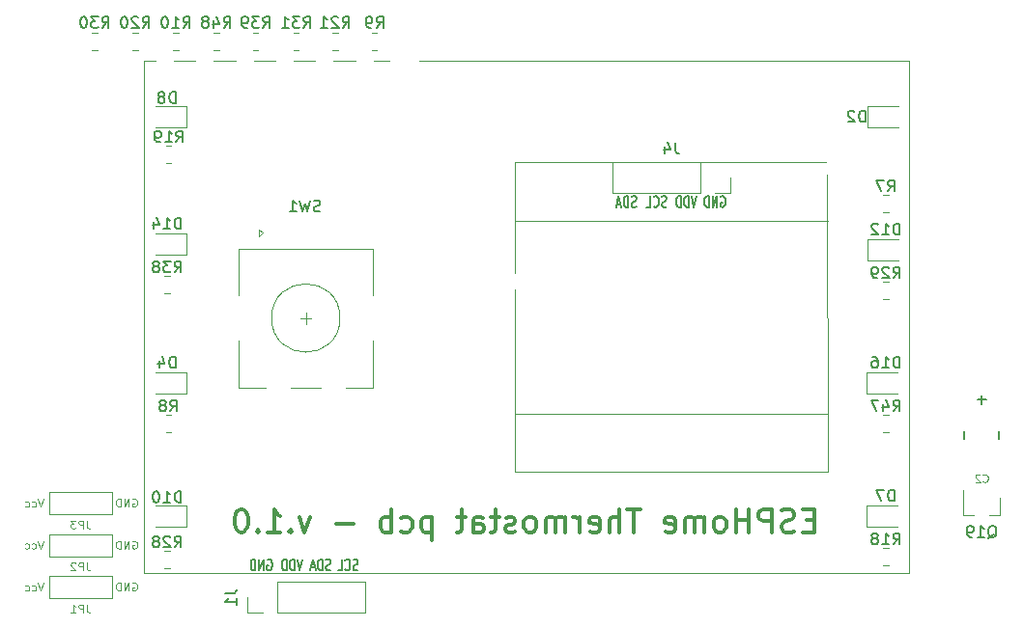
<source format=gbo>
G04 #@! TF.GenerationSoftware,KiCad,Pcbnew,5.1.12-84ad8e8a86~92~ubuntu20.04.1*
G04 #@! TF.CreationDate,2022-01-06T20:01:19+01:00*
G04 #@! TF.ProjectId,ESPHome-Thermostat-pcb,45535048-6f6d-4652-9d54-6865726d6f73,1.0*
G04 #@! TF.SameCoordinates,Original*
G04 #@! TF.FileFunction,Legend,Bot*
G04 #@! TF.FilePolarity,Positive*
%FSLAX46Y46*%
G04 Gerber Fmt 4.6, Leading zero omitted, Abs format (unit mm)*
G04 Created by KiCad (PCBNEW 5.1.12-84ad8e8a86~92~ubuntu20.04.1) date 2022-01-06 20:01:19*
%MOMM*%
%LPD*%
G01*
G04 APERTURE LIST*
%ADD10C,0.300000*%
%ADD11C,0.150000*%
%ADD12C,0.120000*%
%ADD13C,0.127000*%
%ADD14C,3.700000*%
%ADD15O,1.700000X1.700000*%
%ADD16R,1.700000X1.700000*%
%ADD17C,2.600000*%
%ADD18R,2.600000X2.600000*%
%ADD19R,3.020000X1.510000*%
%ADD20R,0.800000X0.900000*%
%ADD21R,1.500000X1.500000*%
%ADD22C,2.000000*%
%ADD23R,2.000000X2.000000*%
%ADD24R,5.000000X3.500000*%
%ADD25O,3.800000X2.900000*%
%ADD26C,1.524000*%
%ADD27R,2.000000X3.200000*%
G04 APERTURE END LIST*
D10*
X120202333Y-94345142D02*
X119535666Y-94345142D01*
X119249952Y-95392761D02*
X120202333Y-95392761D01*
X120202333Y-93392761D01*
X119249952Y-93392761D01*
X118488047Y-95297523D02*
X118202333Y-95392761D01*
X117726142Y-95392761D01*
X117535666Y-95297523D01*
X117440428Y-95202285D01*
X117345190Y-95011809D01*
X117345190Y-94821333D01*
X117440428Y-94630857D01*
X117535666Y-94535619D01*
X117726142Y-94440380D01*
X118107095Y-94345142D01*
X118297571Y-94249904D01*
X118392809Y-94154666D01*
X118488047Y-93964190D01*
X118488047Y-93773714D01*
X118392809Y-93583238D01*
X118297571Y-93488000D01*
X118107095Y-93392761D01*
X117630904Y-93392761D01*
X117345190Y-93488000D01*
X116488047Y-95392761D02*
X116488047Y-93392761D01*
X115726142Y-93392761D01*
X115535666Y-93488000D01*
X115440428Y-93583238D01*
X115345190Y-93773714D01*
X115345190Y-94059428D01*
X115440428Y-94249904D01*
X115535666Y-94345142D01*
X115726142Y-94440380D01*
X116488047Y-94440380D01*
X114488047Y-95392761D02*
X114488047Y-93392761D01*
X114488047Y-94345142D02*
X113345190Y-94345142D01*
X113345190Y-95392761D02*
X113345190Y-93392761D01*
X112107095Y-95392761D02*
X112297571Y-95297523D01*
X112392809Y-95202285D01*
X112488047Y-95011809D01*
X112488047Y-94440380D01*
X112392809Y-94249904D01*
X112297571Y-94154666D01*
X112107095Y-94059428D01*
X111821380Y-94059428D01*
X111630904Y-94154666D01*
X111535666Y-94249904D01*
X111440428Y-94440380D01*
X111440428Y-95011809D01*
X111535666Y-95202285D01*
X111630904Y-95297523D01*
X111821380Y-95392761D01*
X112107095Y-95392761D01*
X110583285Y-95392761D02*
X110583285Y-94059428D01*
X110583285Y-94249904D02*
X110488047Y-94154666D01*
X110297571Y-94059428D01*
X110011857Y-94059428D01*
X109821380Y-94154666D01*
X109726142Y-94345142D01*
X109726142Y-95392761D01*
X109726142Y-94345142D02*
X109630904Y-94154666D01*
X109440428Y-94059428D01*
X109154714Y-94059428D01*
X108964238Y-94154666D01*
X108869000Y-94345142D01*
X108869000Y-95392761D01*
X107154714Y-95297523D02*
X107345190Y-95392761D01*
X107726142Y-95392761D01*
X107916619Y-95297523D01*
X108011857Y-95107047D01*
X108011857Y-94345142D01*
X107916619Y-94154666D01*
X107726142Y-94059428D01*
X107345190Y-94059428D01*
X107154714Y-94154666D01*
X107059476Y-94345142D01*
X107059476Y-94535619D01*
X108011857Y-94726095D01*
X104964238Y-93392761D02*
X103821380Y-93392761D01*
X104392809Y-95392761D02*
X104392809Y-93392761D01*
X103154714Y-95392761D02*
X103154714Y-93392761D01*
X102297571Y-95392761D02*
X102297571Y-94345142D01*
X102392809Y-94154666D01*
X102583285Y-94059428D01*
X102869000Y-94059428D01*
X103059476Y-94154666D01*
X103154714Y-94249904D01*
X100583285Y-95297523D02*
X100773761Y-95392761D01*
X101154714Y-95392761D01*
X101345190Y-95297523D01*
X101440428Y-95107047D01*
X101440428Y-94345142D01*
X101345190Y-94154666D01*
X101154714Y-94059428D01*
X100773761Y-94059428D01*
X100583285Y-94154666D01*
X100488047Y-94345142D01*
X100488047Y-94535619D01*
X101440428Y-94726095D01*
X99630904Y-95392761D02*
X99630904Y-94059428D01*
X99630904Y-94440380D02*
X99535666Y-94249904D01*
X99440428Y-94154666D01*
X99249952Y-94059428D01*
X99059476Y-94059428D01*
X98392809Y-95392761D02*
X98392809Y-94059428D01*
X98392809Y-94249904D02*
X98297571Y-94154666D01*
X98107095Y-94059428D01*
X97821380Y-94059428D01*
X97630904Y-94154666D01*
X97535666Y-94345142D01*
X97535666Y-95392761D01*
X97535666Y-94345142D02*
X97440428Y-94154666D01*
X97249952Y-94059428D01*
X96964238Y-94059428D01*
X96773761Y-94154666D01*
X96678523Y-94345142D01*
X96678523Y-95392761D01*
X95440428Y-95392761D02*
X95630904Y-95297523D01*
X95726142Y-95202285D01*
X95821380Y-95011809D01*
X95821380Y-94440380D01*
X95726142Y-94249904D01*
X95630904Y-94154666D01*
X95440428Y-94059428D01*
X95154714Y-94059428D01*
X94964238Y-94154666D01*
X94869000Y-94249904D01*
X94773761Y-94440380D01*
X94773761Y-95011809D01*
X94869000Y-95202285D01*
X94964238Y-95297523D01*
X95154714Y-95392761D01*
X95440428Y-95392761D01*
X94011857Y-95297523D02*
X93821380Y-95392761D01*
X93440428Y-95392761D01*
X93249952Y-95297523D01*
X93154714Y-95107047D01*
X93154714Y-95011809D01*
X93249952Y-94821333D01*
X93440428Y-94726095D01*
X93726142Y-94726095D01*
X93916619Y-94630857D01*
X94011857Y-94440380D01*
X94011857Y-94345142D01*
X93916619Y-94154666D01*
X93726142Y-94059428D01*
X93440428Y-94059428D01*
X93249952Y-94154666D01*
X92583285Y-94059428D02*
X91821380Y-94059428D01*
X92297571Y-93392761D02*
X92297571Y-95107047D01*
X92202333Y-95297523D01*
X92011857Y-95392761D01*
X91821380Y-95392761D01*
X90297571Y-95392761D02*
X90297571Y-94345142D01*
X90392809Y-94154666D01*
X90583285Y-94059428D01*
X90964238Y-94059428D01*
X91154714Y-94154666D01*
X90297571Y-95297523D02*
X90488047Y-95392761D01*
X90964238Y-95392761D01*
X91154714Y-95297523D01*
X91249952Y-95107047D01*
X91249952Y-94916571D01*
X91154714Y-94726095D01*
X90964238Y-94630857D01*
X90488047Y-94630857D01*
X90297571Y-94535619D01*
X89630904Y-94059428D02*
X88869000Y-94059428D01*
X89345190Y-93392761D02*
X89345190Y-95107047D01*
X89249952Y-95297523D01*
X89059476Y-95392761D01*
X88869000Y-95392761D01*
X86678523Y-94059428D02*
X86678523Y-96059428D01*
X86678523Y-94154666D02*
X86488047Y-94059428D01*
X86107095Y-94059428D01*
X85916619Y-94154666D01*
X85821380Y-94249904D01*
X85726142Y-94440380D01*
X85726142Y-95011809D01*
X85821380Y-95202285D01*
X85916619Y-95297523D01*
X86107095Y-95392761D01*
X86488047Y-95392761D01*
X86678523Y-95297523D01*
X84011857Y-95297523D02*
X84202333Y-95392761D01*
X84583285Y-95392761D01*
X84773761Y-95297523D01*
X84869000Y-95202285D01*
X84964238Y-95011809D01*
X84964238Y-94440380D01*
X84869000Y-94249904D01*
X84773761Y-94154666D01*
X84583285Y-94059428D01*
X84202333Y-94059428D01*
X84011857Y-94154666D01*
X83154714Y-95392761D02*
X83154714Y-93392761D01*
X83154714Y-94154666D02*
X82964238Y-94059428D01*
X82583285Y-94059428D01*
X82392809Y-94154666D01*
X82297571Y-94249904D01*
X82202333Y-94440380D01*
X82202333Y-95011809D01*
X82297571Y-95202285D01*
X82392809Y-95297523D01*
X82583285Y-95392761D01*
X82964238Y-95392761D01*
X83154714Y-95297523D01*
X79821380Y-94630857D02*
X78297571Y-94630857D01*
X76011857Y-94059428D02*
X75535666Y-95392761D01*
X75059476Y-94059428D01*
X74297571Y-95202285D02*
X74202333Y-95297523D01*
X74297571Y-95392761D01*
X74392809Y-95297523D01*
X74297571Y-95202285D01*
X74297571Y-95392761D01*
X72297571Y-95392761D02*
X73440428Y-95392761D01*
X72869000Y-95392761D02*
X72869000Y-93392761D01*
X73059476Y-93678476D01*
X73249952Y-93868952D01*
X73440428Y-93964190D01*
X71440428Y-95202285D02*
X71345190Y-95297523D01*
X71440428Y-95392761D01*
X71535666Y-95297523D01*
X71440428Y-95202285D01*
X71440428Y-95392761D01*
X70107095Y-93392761D02*
X69916619Y-93392761D01*
X69726142Y-93488000D01*
X69630904Y-93583238D01*
X69535666Y-93773714D01*
X69440428Y-94154666D01*
X69440428Y-94630857D01*
X69535666Y-95011809D01*
X69630904Y-95202285D01*
X69726142Y-95297523D01*
X69916619Y-95392761D01*
X70107095Y-95392761D01*
X70297571Y-95297523D01*
X70392809Y-95202285D01*
X70488047Y-95011809D01*
X70583285Y-94630857D01*
X70583285Y-94154666D01*
X70488047Y-93773714D01*
X70392809Y-93583238D01*
X70297571Y-93488000D01*
X70107095Y-93392761D01*
D11*
X135254952Y-83764428D02*
X134493047Y-83764428D01*
X134874000Y-84145380D02*
X134874000Y-83383476D01*
X80208333Y-98702761D02*
X80108333Y-98750380D01*
X79941666Y-98750380D01*
X79875000Y-98702761D01*
X79841666Y-98655142D01*
X79808333Y-98559904D01*
X79808333Y-98464666D01*
X79841666Y-98369428D01*
X79875000Y-98321809D01*
X79941666Y-98274190D01*
X80075000Y-98226571D01*
X80141666Y-98178952D01*
X80175000Y-98131333D01*
X80208333Y-98036095D01*
X80208333Y-97940857D01*
X80175000Y-97845619D01*
X80141666Y-97798000D01*
X80075000Y-97750380D01*
X79908333Y-97750380D01*
X79808333Y-97798000D01*
X79108333Y-98655142D02*
X79141666Y-98702761D01*
X79241666Y-98750380D01*
X79308333Y-98750380D01*
X79408333Y-98702761D01*
X79475000Y-98607523D01*
X79508333Y-98512285D01*
X79541666Y-98321809D01*
X79541666Y-98178952D01*
X79508333Y-97988476D01*
X79475000Y-97893238D01*
X79408333Y-97798000D01*
X79308333Y-97750380D01*
X79241666Y-97750380D01*
X79141666Y-97798000D01*
X79108333Y-97845619D01*
X78475000Y-98750380D02*
X78808333Y-98750380D01*
X78808333Y-97750380D01*
X77812000Y-98702761D02*
X77712000Y-98750380D01*
X77545333Y-98750380D01*
X77478666Y-98702761D01*
X77445333Y-98655142D01*
X77412000Y-98559904D01*
X77412000Y-98464666D01*
X77445333Y-98369428D01*
X77478666Y-98321809D01*
X77545333Y-98274190D01*
X77678666Y-98226571D01*
X77745333Y-98178952D01*
X77778666Y-98131333D01*
X77812000Y-98036095D01*
X77812000Y-97940857D01*
X77778666Y-97845619D01*
X77745333Y-97798000D01*
X77678666Y-97750380D01*
X77512000Y-97750380D01*
X77412000Y-97798000D01*
X77112000Y-98750380D02*
X77112000Y-97750380D01*
X76945333Y-97750380D01*
X76845333Y-97798000D01*
X76778666Y-97893238D01*
X76745333Y-97988476D01*
X76712000Y-98178952D01*
X76712000Y-98321809D01*
X76745333Y-98512285D01*
X76778666Y-98607523D01*
X76845333Y-98702761D01*
X76945333Y-98750380D01*
X77112000Y-98750380D01*
X76445333Y-98464666D02*
X76112000Y-98464666D01*
X76512000Y-98750380D02*
X76278666Y-97750380D01*
X76045333Y-98750380D01*
X75355333Y-97750380D02*
X75122000Y-98750380D01*
X74888666Y-97750380D01*
X74655333Y-98750380D02*
X74655333Y-97750380D01*
X74488666Y-97750380D01*
X74388666Y-97798000D01*
X74322000Y-97893238D01*
X74288666Y-97988476D01*
X74255333Y-98178952D01*
X74255333Y-98321809D01*
X74288666Y-98512285D01*
X74322000Y-98607523D01*
X74388666Y-98702761D01*
X74488666Y-98750380D01*
X74655333Y-98750380D01*
X73955333Y-98750380D02*
X73955333Y-97750380D01*
X73788666Y-97750380D01*
X73688666Y-97798000D01*
X73622000Y-97893238D01*
X73588666Y-97988476D01*
X73555333Y-98178952D01*
X73555333Y-98321809D01*
X73588666Y-98512285D01*
X73622000Y-98607523D01*
X73688666Y-98702761D01*
X73788666Y-98750380D01*
X73955333Y-98750380D01*
X72288333Y-97798000D02*
X72355000Y-97750380D01*
X72455000Y-97750380D01*
X72555000Y-97798000D01*
X72621666Y-97893238D01*
X72655000Y-97988476D01*
X72688333Y-98178952D01*
X72688333Y-98321809D01*
X72655000Y-98512285D01*
X72621666Y-98607523D01*
X72555000Y-98702761D01*
X72455000Y-98750380D01*
X72388333Y-98750380D01*
X72288333Y-98702761D01*
X72255000Y-98655142D01*
X72255000Y-98321809D01*
X72388333Y-98321809D01*
X71955000Y-98750380D02*
X71955000Y-97750380D01*
X71555000Y-98750380D01*
X71555000Y-97750380D01*
X71221666Y-98750380D02*
X71221666Y-97750380D01*
X71055000Y-97750380D01*
X70955000Y-97798000D01*
X70888333Y-97893238D01*
X70855000Y-97988476D01*
X70821666Y-98178952D01*
X70821666Y-98321809D01*
X70855000Y-98512285D01*
X70888333Y-98607523D01*
X70955000Y-98702761D01*
X71055000Y-98750380D01*
X71221666Y-98750380D01*
D12*
X61500000Y-99000000D02*
X61500000Y-54000000D01*
X128500000Y-99000000D02*
X61500000Y-99000000D01*
X128500000Y-54000000D02*
X128500000Y-99000000D01*
X61500000Y-54000000D02*
X128500000Y-54000000D01*
X70552000Y-101092000D02*
X70552000Y-102422000D01*
X70552000Y-102422000D02*
X71882000Y-102422000D01*
X73152000Y-102422000D02*
X80832000Y-102422000D01*
X80832000Y-99762000D02*
X80832000Y-102422000D01*
X73152000Y-99762000D02*
X80832000Y-99762000D01*
X73152000Y-99762000D02*
X73152000Y-102422000D01*
X68045064Y-51589000D02*
X67590936Y-51589000D01*
X68045064Y-53059000D02*
X67590936Y-53059000D01*
X71497564Y-51589000D02*
X71043436Y-51589000D01*
X71497564Y-53059000D02*
X71043436Y-53059000D01*
X75053564Y-51589000D02*
X74599436Y-51589000D01*
X75053564Y-53059000D02*
X74599436Y-53059000D01*
X57377064Y-51589000D02*
X56922936Y-51589000D01*
X57377064Y-53059000D02*
X56922936Y-53059000D01*
X60933064Y-51589000D02*
X60478936Y-51589000D01*
X60933064Y-53059000D02*
X60478936Y-53059000D01*
X78459064Y-51589000D02*
X78004936Y-51589000D01*
X78459064Y-53059000D02*
X78004936Y-53059000D01*
X64489064Y-51589000D02*
X64034936Y-51589000D01*
X64489064Y-53059000D02*
X64034936Y-53059000D01*
X126264936Y-86587000D02*
X126719064Y-86587000D01*
X126264936Y-85117000D02*
X126719064Y-85117000D01*
X63727064Y-72925000D02*
X63272936Y-72925000D01*
X63727064Y-74395000D02*
X63272936Y-74395000D01*
X126264936Y-74903000D02*
X126719064Y-74903000D01*
X126264936Y-73433000D02*
X126719064Y-73433000D01*
X63727064Y-97055000D02*
X63272936Y-97055000D01*
X63727064Y-98525000D02*
X63272936Y-98525000D01*
X126264936Y-98271000D02*
X126719064Y-98271000D01*
X126264936Y-96801000D02*
X126719064Y-96801000D01*
X63877564Y-61495000D02*
X63423436Y-61495000D01*
X63877564Y-62965000D02*
X63423436Y-62965000D01*
X81911564Y-51589000D02*
X81457436Y-51589000D01*
X81911564Y-53059000D02*
X81457436Y-53059000D01*
X63830564Y-85117000D02*
X63376436Y-85117000D01*
X63830564Y-86587000D02*
X63376436Y-86587000D01*
X126719064Y-65813000D02*
X126264936Y-65813000D01*
X126719064Y-67283000D02*
X126264936Y-67283000D01*
X127492000Y-83256000D02*
X124807000Y-83256000D01*
X124807000Y-83256000D02*
X124807000Y-81336000D01*
X124807000Y-81336000D02*
X127492000Y-81336000D01*
X62500000Y-69144000D02*
X65185000Y-69144000D01*
X65185000Y-69144000D02*
X65185000Y-71064000D01*
X65185000Y-71064000D02*
X62500000Y-71064000D01*
X127570500Y-71572000D02*
X124885500Y-71572000D01*
X124885500Y-71572000D02*
X124885500Y-69652000D01*
X124885500Y-69652000D02*
X127570500Y-69652000D01*
X62500000Y-93020000D02*
X65185000Y-93020000D01*
X65185000Y-93020000D02*
X65185000Y-94940000D01*
X65185000Y-94940000D02*
X62500000Y-94940000D01*
X127492000Y-94940000D02*
X124807000Y-94940000D01*
X124807000Y-94940000D02*
X124807000Y-93020000D01*
X124807000Y-93020000D02*
X127492000Y-93020000D01*
X62500000Y-57968000D02*
X65185000Y-57968000D01*
X65185000Y-57968000D02*
X65185000Y-59888000D01*
X65185000Y-59888000D02*
X62500000Y-59888000D01*
X62500000Y-81336000D02*
X65185000Y-81336000D01*
X65185000Y-81336000D02*
X65185000Y-83256000D01*
X65185000Y-83256000D02*
X62500000Y-83256000D01*
X127570500Y-59888000D02*
X124885500Y-59888000D01*
X124885500Y-59888000D02*
X124885500Y-57968000D01*
X124885500Y-57968000D02*
X127570500Y-57968000D01*
D13*
X136374000Y-86498000D02*
X136374000Y-87238000D01*
X133374000Y-86498000D02*
X133374000Y-87238000D01*
D12*
X136454000Y-93851000D02*
X135524000Y-93851000D01*
X133294000Y-93851000D02*
X134224000Y-93851000D01*
X133294000Y-93851000D02*
X133294000Y-91691000D01*
X136454000Y-93851000D02*
X136454000Y-92391000D01*
X53130000Y-91887000D02*
X53130000Y-93837000D01*
X58630000Y-91887000D02*
X53130000Y-91887000D01*
X58630000Y-93837000D02*
X58630000Y-91887000D01*
X53130000Y-93837000D02*
X58630000Y-93837000D01*
X53130000Y-95570000D02*
X53130000Y-97520000D01*
X58630000Y-95570000D02*
X53130000Y-95570000D01*
X58630000Y-97520000D02*
X58630000Y-95570000D01*
X53130000Y-97520000D02*
X58630000Y-97520000D01*
X53162000Y-99253000D02*
X53162000Y-101203000D01*
X58662000Y-99253000D02*
X53162000Y-99253000D01*
X58662000Y-101203000D02*
X58662000Y-99253000D01*
X53162000Y-101203000D02*
X58662000Y-101203000D01*
X102556000Y-65592000D02*
X102556000Y-62932000D01*
X111506000Y-65592000D02*
X112836000Y-65592000D01*
X112836000Y-65592000D02*
X112836000Y-64262000D01*
X110236000Y-65592000D02*
X102556000Y-65592000D01*
X110236000Y-65592000D02*
X110236000Y-62932000D01*
X110236000Y-62932000D02*
X102556000Y-62932000D01*
X93980000Y-90043000D02*
X93980000Y-62865000D01*
X121412000Y-84963000D02*
X93980000Y-84963000D01*
X121412000Y-68072000D02*
X93980000Y-68072000D01*
X121412000Y-90043000D02*
X121285000Y-62865000D01*
X93980000Y-90043000D02*
X121412000Y-90043000D01*
X121412000Y-62865000D02*
X93980000Y-62865000D01*
X75652000Y-76088000D02*
X75652000Y-77088000D01*
X75152000Y-76588000D02*
X76152000Y-76588000D01*
X79152000Y-82688000D02*
X81552000Y-82688000D01*
X74352000Y-82688000D02*
X76952000Y-82688000D01*
X69752000Y-82688000D02*
X72152000Y-82688000D01*
X71552000Y-69388000D02*
X71852000Y-69088000D01*
X71552000Y-68788000D02*
X71552000Y-69388000D01*
X71852000Y-69088000D02*
X71552000Y-68788000D01*
X69752000Y-70488000D02*
X81552000Y-70488000D01*
X69752000Y-74588000D02*
X69752000Y-70488000D01*
X81552000Y-74588000D02*
X81552000Y-70488000D01*
X81552000Y-82688000D02*
X81552000Y-78588000D01*
X69752000Y-78588000D02*
X69752000Y-82688000D01*
X78652000Y-76588000D02*
G75*
G03*
X78652000Y-76588000I-3000000J0D01*
G01*
D11*
X68564380Y-100758666D02*
X69278666Y-100758666D01*
X69421523Y-100711047D01*
X69516761Y-100615809D01*
X69564380Y-100472952D01*
X69564380Y-100377714D01*
X69564380Y-101758666D02*
X69564380Y-101187238D01*
X69564380Y-101472952D02*
X68564380Y-101472952D01*
X68707238Y-101377714D01*
X68802476Y-101282476D01*
X68850095Y-101187238D01*
X68460857Y-51126380D02*
X68794190Y-50650190D01*
X69032285Y-51126380D02*
X69032285Y-50126380D01*
X68651333Y-50126380D01*
X68556095Y-50174000D01*
X68508476Y-50221619D01*
X68460857Y-50316857D01*
X68460857Y-50459714D01*
X68508476Y-50554952D01*
X68556095Y-50602571D01*
X68651333Y-50650190D01*
X69032285Y-50650190D01*
X67603714Y-50459714D02*
X67603714Y-51126380D01*
X67841809Y-50078761D02*
X68079904Y-50793047D01*
X67460857Y-50793047D01*
X66937047Y-50554952D02*
X67032285Y-50507333D01*
X67079904Y-50459714D01*
X67127523Y-50364476D01*
X67127523Y-50316857D01*
X67079904Y-50221619D01*
X67032285Y-50174000D01*
X66937047Y-50126380D01*
X66746571Y-50126380D01*
X66651333Y-50174000D01*
X66603714Y-50221619D01*
X66556095Y-50316857D01*
X66556095Y-50364476D01*
X66603714Y-50459714D01*
X66651333Y-50507333D01*
X66746571Y-50554952D01*
X66937047Y-50554952D01*
X67032285Y-50602571D01*
X67079904Y-50650190D01*
X67127523Y-50745428D01*
X67127523Y-50935904D01*
X67079904Y-51031142D01*
X67032285Y-51078761D01*
X66937047Y-51126380D01*
X66746571Y-51126380D01*
X66651333Y-51078761D01*
X66603714Y-51031142D01*
X66556095Y-50935904D01*
X66556095Y-50745428D01*
X66603714Y-50650190D01*
X66651333Y-50602571D01*
X66746571Y-50554952D01*
X71913357Y-51126380D02*
X72246690Y-50650190D01*
X72484785Y-51126380D02*
X72484785Y-50126380D01*
X72103833Y-50126380D01*
X72008595Y-50174000D01*
X71960976Y-50221619D01*
X71913357Y-50316857D01*
X71913357Y-50459714D01*
X71960976Y-50554952D01*
X72008595Y-50602571D01*
X72103833Y-50650190D01*
X72484785Y-50650190D01*
X71580023Y-50126380D02*
X70960976Y-50126380D01*
X71294309Y-50507333D01*
X71151452Y-50507333D01*
X71056214Y-50554952D01*
X71008595Y-50602571D01*
X70960976Y-50697809D01*
X70960976Y-50935904D01*
X71008595Y-51031142D01*
X71056214Y-51078761D01*
X71151452Y-51126380D01*
X71437166Y-51126380D01*
X71532404Y-51078761D01*
X71580023Y-51031142D01*
X70484785Y-51126380D02*
X70294309Y-51126380D01*
X70199071Y-51078761D01*
X70151452Y-51031142D01*
X70056214Y-50888285D01*
X70008595Y-50697809D01*
X70008595Y-50316857D01*
X70056214Y-50221619D01*
X70103833Y-50174000D01*
X70199071Y-50126380D01*
X70389547Y-50126380D01*
X70484785Y-50174000D01*
X70532404Y-50221619D01*
X70580023Y-50316857D01*
X70580023Y-50554952D01*
X70532404Y-50650190D01*
X70484785Y-50697809D01*
X70389547Y-50745428D01*
X70199071Y-50745428D01*
X70103833Y-50697809D01*
X70056214Y-50650190D01*
X70008595Y-50554952D01*
X75469357Y-51126380D02*
X75802690Y-50650190D01*
X76040785Y-51126380D02*
X76040785Y-50126380D01*
X75659833Y-50126380D01*
X75564595Y-50174000D01*
X75516976Y-50221619D01*
X75469357Y-50316857D01*
X75469357Y-50459714D01*
X75516976Y-50554952D01*
X75564595Y-50602571D01*
X75659833Y-50650190D01*
X76040785Y-50650190D01*
X75136023Y-50126380D02*
X74516976Y-50126380D01*
X74850309Y-50507333D01*
X74707452Y-50507333D01*
X74612214Y-50554952D01*
X74564595Y-50602571D01*
X74516976Y-50697809D01*
X74516976Y-50935904D01*
X74564595Y-51031142D01*
X74612214Y-51078761D01*
X74707452Y-51126380D01*
X74993166Y-51126380D01*
X75088404Y-51078761D01*
X75136023Y-51031142D01*
X73564595Y-51126380D02*
X74136023Y-51126380D01*
X73850309Y-51126380D02*
X73850309Y-50126380D01*
X73945547Y-50269238D01*
X74040785Y-50364476D01*
X74136023Y-50412095D01*
X57792857Y-51126380D02*
X58126190Y-50650190D01*
X58364285Y-51126380D02*
X58364285Y-50126380D01*
X57983333Y-50126380D01*
X57888095Y-50174000D01*
X57840476Y-50221619D01*
X57792857Y-50316857D01*
X57792857Y-50459714D01*
X57840476Y-50554952D01*
X57888095Y-50602571D01*
X57983333Y-50650190D01*
X58364285Y-50650190D01*
X57459523Y-50126380D02*
X56840476Y-50126380D01*
X57173809Y-50507333D01*
X57030952Y-50507333D01*
X56935714Y-50554952D01*
X56888095Y-50602571D01*
X56840476Y-50697809D01*
X56840476Y-50935904D01*
X56888095Y-51031142D01*
X56935714Y-51078761D01*
X57030952Y-51126380D01*
X57316666Y-51126380D01*
X57411904Y-51078761D01*
X57459523Y-51031142D01*
X56221428Y-50126380D02*
X56126190Y-50126380D01*
X56030952Y-50174000D01*
X55983333Y-50221619D01*
X55935714Y-50316857D01*
X55888095Y-50507333D01*
X55888095Y-50745428D01*
X55935714Y-50935904D01*
X55983333Y-51031142D01*
X56030952Y-51078761D01*
X56126190Y-51126380D01*
X56221428Y-51126380D01*
X56316666Y-51078761D01*
X56364285Y-51031142D01*
X56411904Y-50935904D01*
X56459523Y-50745428D01*
X56459523Y-50507333D01*
X56411904Y-50316857D01*
X56364285Y-50221619D01*
X56316666Y-50174000D01*
X56221428Y-50126380D01*
X61348857Y-51126380D02*
X61682190Y-50650190D01*
X61920285Y-51126380D02*
X61920285Y-50126380D01*
X61539333Y-50126380D01*
X61444095Y-50174000D01*
X61396476Y-50221619D01*
X61348857Y-50316857D01*
X61348857Y-50459714D01*
X61396476Y-50554952D01*
X61444095Y-50602571D01*
X61539333Y-50650190D01*
X61920285Y-50650190D01*
X60967904Y-50221619D02*
X60920285Y-50174000D01*
X60825047Y-50126380D01*
X60586952Y-50126380D01*
X60491714Y-50174000D01*
X60444095Y-50221619D01*
X60396476Y-50316857D01*
X60396476Y-50412095D01*
X60444095Y-50554952D01*
X61015523Y-51126380D01*
X60396476Y-51126380D01*
X59777428Y-50126380D02*
X59682190Y-50126380D01*
X59586952Y-50174000D01*
X59539333Y-50221619D01*
X59491714Y-50316857D01*
X59444095Y-50507333D01*
X59444095Y-50745428D01*
X59491714Y-50935904D01*
X59539333Y-51031142D01*
X59586952Y-51078761D01*
X59682190Y-51126380D01*
X59777428Y-51126380D01*
X59872666Y-51078761D01*
X59920285Y-51031142D01*
X59967904Y-50935904D01*
X60015523Y-50745428D01*
X60015523Y-50507333D01*
X59967904Y-50316857D01*
X59920285Y-50221619D01*
X59872666Y-50174000D01*
X59777428Y-50126380D01*
X78874857Y-51126380D02*
X79208190Y-50650190D01*
X79446285Y-51126380D02*
X79446285Y-50126380D01*
X79065333Y-50126380D01*
X78970095Y-50174000D01*
X78922476Y-50221619D01*
X78874857Y-50316857D01*
X78874857Y-50459714D01*
X78922476Y-50554952D01*
X78970095Y-50602571D01*
X79065333Y-50650190D01*
X79446285Y-50650190D01*
X78493904Y-50221619D02*
X78446285Y-50174000D01*
X78351047Y-50126380D01*
X78112952Y-50126380D01*
X78017714Y-50174000D01*
X77970095Y-50221619D01*
X77922476Y-50316857D01*
X77922476Y-50412095D01*
X77970095Y-50554952D01*
X78541523Y-51126380D01*
X77922476Y-51126380D01*
X76970095Y-51126380D02*
X77541523Y-51126380D01*
X77255809Y-51126380D02*
X77255809Y-50126380D01*
X77351047Y-50269238D01*
X77446285Y-50364476D01*
X77541523Y-50412095D01*
X64904857Y-51126380D02*
X65238190Y-50650190D01*
X65476285Y-51126380D02*
X65476285Y-50126380D01*
X65095333Y-50126380D01*
X65000095Y-50174000D01*
X64952476Y-50221619D01*
X64904857Y-50316857D01*
X64904857Y-50459714D01*
X64952476Y-50554952D01*
X65000095Y-50602571D01*
X65095333Y-50650190D01*
X65476285Y-50650190D01*
X63952476Y-51126380D02*
X64523904Y-51126380D01*
X64238190Y-51126380D02*
X64238190Y-50126380D01*
X64333428Y-50269238D01*
X64428666Y-50364476D01*
X64523904Y-50412095D01*
X63333428Y-50126380D02*
X63238190Y-50126380D01*
X63142952Y-50174000D01*
X63095333Y-50221619D01*
X63047714Y-50316857D01*
X63000095Y-50507333D01*
X63000095Y-50745428D01*
X63047714Y-50935904D01*
X63095333Y-51031142D01*
X63142952Y-51078761D01*
X63238190Y-51126380D01*
X63333428Y-51126380D01*
X63428666Y-51078761D01*
X63476285Y-51031142D01*
X63523904Y-50935904D01*
X63571523Y-50745428D01*
X63571523Y-50507333D01*
X63523904Y-50316857D01*
X63476285Y-50221619D01*
X63428666Y-50174000D01*
X63333428Y-50126380D01*
X127134857Y-84780380D02*
X127468190Y-84304190D01*
X127706285Y-84780380D02*
X127706285Y-83780380D01*
X127325333Y-83780380D01*
X127230095Y-83828000D01*
X127182476Y-83875619D01*
X127134857Y-83970857D01*
X127134857Y-84113714D01*
X127182476Y-84208952D01*
X127230095Y-84256571D01*
X127325333Y-84304190D01*
X127706285Y-84304190D01*
X126277714Y-84113714D02*
X126277714Y-84780380D01*
X126515809Y-83732761D02*
X126753904Y-84447047D01*
X126134857Y-84447047D01*
X125849142Y-83780380D02*
X125182476Y-83780380D01*
X125611047Y-84780380D01*
X64142857Y-72588380D02*
X64476190Y-72112190D01*
X64714285Y-72588380D02*
X64714285Y-71588380D01*
X64333333Y-71588380D01*
X64238095Y-71636000D01*
X64190476Y-71683619D01*
X64142857Y-71778857D01*
X64142857Y-71921714D01*
X64190476Y-72016952D01*
X64238095Y-72064571D01*
X64333333Y-72112190D01*
X64714285Y-72112190D01*
X63809523Y-71588380D02*
X63190476Y-71588380D01*
X63523809Y-71969333D01*
X63380952Y-71969333D01*
X63285714Y-72016952D01*
X63238095Y-72064571D01*
X63190476Y-72159809D01*
X63190476Y-72397904D01*
X63238095Y-72493142D01*
X63285714Y-72540761D01*
X63380952Y-72588380D01*
X63666666Y-72588380D01*
X63761904Y-72540761D01*
X63809523Y-72493142D01*
X62619047Y-72016952D02*
X62714285Y-71969333D01*
X62761904Y-71921714D01*
X62809523Y-71826476D01*
X62809523Y-71778857D01*
X62761904Y-71683619D01*
X62714285Y-71636000D01*
X62619047Y-71588380D01*
X62428571Y-71588380D01*
X62333333Y-71636000D01*
X62285714Y-71683619D01*
X62238095Y-71778857D01*
X62238095Y-71826476D01*
X62285714Y-71921714D01*
X62333333Y-71969333D01*
X62428571Y-72016952D01*
X62619047Y-72016952D01*
X62714285Y-72064571D01*
X62761904Y-72112190D01*
X62809523Y-72207428D01*
X62809523Y-72397904D01*
X62761904Y-72493142D01*
X62714285Y-72540761D01*
X62619047Y-72588380D01*
X62428571Y-72588380D01*
X62333333Y-72540761D01*
X62285714Y-72493142D01*
X62238095Y-72397904D01*
X62238095Y-72207428D01*
X62285714Y-72112190D01*
X62333333Y-72064571D01*
X62428571Y-72016952D01*
X127134857Y-73096380D02*
X127468190Y-72620190D01*
X127706285Y-73096380D02*
X127706285Y-72096380D01*
X127325333Y-72096380D01*
X127230095Y-72144000D01*
X127182476Y-72191619D01*
X127134857Y-72286857D01*
X127134857Y-72429714D01*
X127182476Y-72524952D01*
X127230095Y-72572571D01*
X127325333Y-72620190D01*
X127706285Y-72620190D01*
X126753904Y-72191619D02*
X126706285Y-72144000D01*
X126611047Y-72096380D01*
X126372952Y-72096380D01*
X126277714Y-72144000D01*
X126230095Y-72191619D01*
X126182476Y-72286857D01*
X126182476Y-72382095D01*
X126230095Y-72524952D01*
X126801523Y-73096380D01*
X126182476Y-73096380D01*
X125706285Y-73096380D02*
X125515809Y-73096380D01*
X125420571Y-73048761D01*
X125372952Y-73001142D01*
X125277714Y-72858285D01*
X125230095Y-72667809D01*
X125230095Y-72286857D01*
X125277714Y-72191619D01*
X125325333Y-72144000D01*
X125420571Y-72096380D01*
X125611047Y-72096380D01*
X125706285Y-72144000D01*
X125753904Y-72191619D01*
X125801523Y-72286857D01*
X125801523Y-72524952D01*
X125753904Y-72620190D01*
X125706285Y-72667809D01*
X125611047Y-72715428D01*
X125420571Y-72715428D01*
X125325333Y-72667809D01*
X125277714Y-72620190D01*
X125230095Y-72524952D01*
X64142857Y-96718380D02*
X64476190Y-96242190D01*
X64714285Y-96718380D02*
X64714285Y-95718380D01*
X64333333Y-95718380D01*
X64238095Y-95766000D01*
X64190476Y-95813619D01*
X64142857Y-95908857D01*
X64142857Y-96051714D01*
X64190476Y-96146952D01*
X64238095Y-96194571D01*
X64333333Y-96242190D01*
X64714285Y-96242190D01*
X63761904Y-95813619D02*
X63714285Y-95766000D01*
X63619047Y-95718380D01*
X63380952Y-95718380D01*
X63285714Y-95766000D01*
X63238095Y-95813619D01*
X63190476Y-95908857D01*
X63190476Y-96004095D01*
X63238095Y-96146952D01*
X63809523Y-96718380D01*
X63190476Y-96718380D01*
X62619047Y-96146952D02*
X62714285Y-96099333D01*
X62761904Y-96051714D01*
X62809523Y-95956476D01*
X62809523Y-95908857D01*
X62761904Y-95813619D01*
X62714285Y-95766000D01*
X62619047Y-95718380D01*
X62428571Y-95718380D01*
X62333333Y-95766000D01*
X62285714Y-95813619D01*
X62238095Y-95908857D01*
X62238095Y-95956476D01*
X62285714Y-96051714D01*
X62333333Y-96099333D01*
X62428571Y-96146952D01*
X62619047Y-96146952D01*
X62714285Y-96194571D01*
X62761904Y-96242190D01*
X62809523Y-96337428D01*
X62809523Y-96527904D01*
X62761904Y-96623142D01*
X62714285Y-96670761D01*
X62619047Y-96718380D01*
X62428571Y-96718380D01*
X62333333Y-96670761D01*
X62285714Y-96623142D01*
X62238095Y-96527904D01*
X62238095Y-96337428D01*
X62285714Y-96242190D01*
X62333333Y-96194571D01*
X62428571Y-96146952D01*
X127134857Y-96464380D02*
X127468190Y-95988190D01*
X127706285Y-96464380D02*
X127706285Y-95464380D01*
X127325333Y-95464380D01*
X127230095Y-95512000D01*
X127182476Y-95559619D01*
X127134857Y-95654857D01*
X127134857Y-95797714D01*
X127182476Y-95892952D01*
X127230095Y-95940571D01*
X127325333Y-95988190D01*
X127706285Y-95988190D01*
X126182476Y-96464380D02*
X126753904Y-96464380D01*
X126468190Y-96464380D02*
X126468190Y-95464380D01*
X126563428Y-95607238D01*
X126658666Y-95702476D01*
X126753904Y-95750095D01*
X125611047Y-95892952D02*
X125706285Y-95845333D01*
X125753904Y-95797714D01*
X125801523Y-95702476D01*
X125801523Y-95654857D01*
X125753904Y-95559619D01*
X125706285Y-95512000D01*
X125611047Y-95464380D01*
X125420571Y-95464380D01*
X125325333Y-95512000D01*
X125277714Y-95559619D01*
X125230095Y-95654857D01*
X125230095Y-95702476D01*
X125277714Y-95797714D01*
X125325333Y-95845333D01*
X125420571Y-95892952D01*
X125611047Y-95892952D01*
X125706285Y-95940571D01*
X125753904Y-95988190D01*
X125801523Y-96083428D01*
X125801523Y-96273904D01*
X125753904Y-96369142D01*
X125706285Y-96416761D01*
X125611047Y-96464380D01*
X125420571Y-96464380D01*
X125325333Y-96416761D01*
X125277714Y-96369142D01*
X125230095Y-96273904D01*
X125230095Y-96083428D01*
X125277714Y-95988190D01*
X125325333Y-95940571D01*
X125420571Y-95892952D01*
X64293357Y-61158380D02*
X64626690Y-60682190D01*
X64864785Y-61158380D02*
X64864785Y-60158380D01*
X64483833Y-60158380D01*
X64388595Y-60206000D01*
X64340976Y-60253619D01*
X64293357Y-60348857D01*
X64293357Y-60491714D01*
X64340976Y-60586952D01*
X64388595Y-60634571D01*
X64483833Y-60682190D01*
X64864785Y-60682190D01*
X63340976Y-61158380D02*
X63912404Y-61158380D01*
X63626690Y-61158380D02*
X63626690Y-60158380D01*
X63721928Y-60301238D01*
X63817166Y-60396476D01*
X63912404Y-60444095D01*
X62864785Y-61158380D02*
X62674309Y-61158380D01*
X62579071Y-61110761D01*
X62531452Y-61063142D01*
X62436214Y-60920285D01*
X62388595Y-60729809D01*
X62388595Y-60348857D01*
X62436214Y-60253619D01*
X62483833Y-60206000D01*
X62579071Y-60158380D01*
X62769547Y-60158380D01*
X62864785Y-60206000D01*
X62912404Y-60253619D01*
X62960023Y-60348857D01*
X62960023Y-60586952D01*
X62912404Y-60682190D01*
X62864785Y-60729809D01*
X62769547Y-60777428D01*
X62579071Y-60777428D01*
X62483833Y-60729809D01*
X62436214Y-60682190D01*
X62388595Y-60586952D01*
X81851166Y-51126380D02*
X82184500Y-50650190D01*
X82422595Y-51126380D02*
X82422595Y-50126380D01*
X82041642Y-50126380D01*
X81946404Y-50174000D01*
X81898785Y-50221619D01*
X81851166Y-50316857D01*
X81851166Y-50459714D01*
X81898785Y-50554952D01*
X81946404Y-50602571D01*
X82041642Y-50650190D01*
X82422595Y-50650190D01*
X81374976Y-51126380D02*
X81184500Y-51126380D01*
X81089261Y-51078761D01*
X81041642Y-51031142D01*
X80946404Y-50888285D01*
X80898785Y-50697809D01*
X80898785Y-50316857D01*
X80946404Y-50221619D01*
X80994023Y-50174000D01*
X81089261Y-50126380D01*
X81279738Y-50126380D01*
X81374976Y-50174000D01*
X81422595Y-50221619D01*
X81470214Y-50316857D01*
X81470214Y-50554952D01*
X81422595Y-50650190D01*
X81374976Y-50697809D01*
X81279738Y-50745428D01*
X81089261Y-50745428D01*
X80994023Y-50697809D01*
X80946404Y-50650190D01*
X80898785Y-50554952D01*
X63770166Y-84780380D02*
X64103500Y-84304190D01*
X64341595Y-84780380D02*
X64341595Y-83780380D01*
X63960642Y-83780380D01*
X63865404Y-83828000D01*
X63817785Y-83875619D01*
X63770166Y-83970857D01*
X63770166Y-84113714D01*
X63817785Y-84208952D01*
X63865404Y-84256571D01*
X63960642Y-84304190D01*
X64341595Y-84304190D01*
X63198738Y-84208952D02*
X63293976Y-84161333D01*
X63341595Y-84113714D01*
X63389214Y-84018476D01*
X63389214Y-83970857D01*
X63341595Y-83875619D01*
X63293976Y-83828000D01*
X63198738Y-83780380D01*
X63008261Y-83780380D01*
X62913023Y-83828000D01*
X62865404Y-83875619D01*
X62817785Y-83970857D01*
X62817785Y-84018476D01*
X62865404Y-84113714D01*
X62913023Y-84161333D01*
X63008261Y-84208952D01*
X63198738Y-84208952D01*
X63293976Y-84256571D01*
X63341595Y-84304190D01*
X63389214Y-84399428D01*
X63389214Y-84589904D01*
X63341595Y-84685142D01*
X63293976Y-84732761D01*
X63198738Y-84780380D01*
X63008261Y-84780380D01*
X62913023Y-84732761D01*
X62865404Y-84685142D01*
X62817785Y-84589904D01*
X62817785Y-84399428D01*
X62865404Y-84304190D01*
X62913023Y-84256571D01*
X63008261Y-84208952D01*
X126658666Y-65476380D02*
X126992000Y-65000190D01*
X127230095Y-65476380D02*
X127230095Y-64476380D01*
X126849142Y-64476380D01*
X126753904Y-64524000D01*
X126706285Y-64571619D01*
X126658666Y-64666857D01*
X126658666Y-64809714D01*
X126706285Y-64904952D01*
X126753904Y-64952571D01*
X126849142Y-65000190D01*
X127230095Y-65000190D01*
X126325333Y-64476380D02*
X125658666Y-64476380D01*
X126087238Y-65476380D01*
X127706285Y-80970380D02*
X127706285Y-79970380D01*
X127468190Y-79970380D01*
X127325333Y-80018000D01*
X127230095Y-80113238D01*
X127182476Y-80208476D01*
X127134857Y-80398952D01*
X127134857Y-80541809D01*
X127182476Y-80732285D01*
X127230095Y-80827523D01*
X127325333Y-80922761D01*
X127468190Y-80970380D01*
X127706285Y-80970380D01*
X126182476Y-80970380D02*
X126753904Y-80970380D01*
X126468190Y-80970380D02*
X126468190Y-79970380D01*
X126563428Y-80113238D01*
X126658666Y-80208476D01*
X126753904Y-80256095D01*
X125325333Y-79970380D02*
X125515809Y-79970380D01*
X125611047Y-80018000D01*
X125658666Y-80065619D01*
X125753904Y-80208476D01*
X125801523Y-80398952D01*
X125801523Y-80779904D01*
X125753904Y-80875142D01*
X125706285Y-80922761D01*
X125611047Y-80970380D01*
X125420571Y-80970380D01*
X125325333Y-80922761D01*
X125277714Y-80875142D01*
X125230095Y-80779904D01*
X125230095Y-80541809D01*
X125277714Y-80446571D01*
X125325333Y-80398952D01*
X125420571Y-80351333D01*
X125611047Y-80351333D01*
X125706285Y-80398952D01*
X125753904Y-80446571D01*
X125801523Y-80541809D01*
X64714285Y-68778380D02*
X64714285Y-67778380D01*
X64476190Y-67778380D01*
X64333333Y-67826000D01*
X64238095Y-67921238D01*
X64190476Y-68016476D01*
X64142857Y-68206952D01*
X64142857Y-68349809D01*
X64190476Y-68540285D01*
X64238095Y-68635523D01*
X64333333Y-68730761D01*
X64476190Y-68778380D01*
X64714285Y-68778380D01*
X63190476Y-68778380D02*
X63761904Y-68778380D01*
X63476190Y-68778380D02*
X63476190Y-67778380D01*
X63571428Y-67921238D01*
X63666666Y-68016476D01*
X63761904Y-68064095D01*
X62333333Y-68111714D02*
X62333333Y-68778380D01*
X62571428Y-67730761D02*
X62809523Y-68445047D01*
X62190476Y-68445047D01*
X127706285Y-69286380D02*
X127706285Y-68286380D01*
X127468190Y-68286380D01*
X127325333Y-68334000D01*
X127230095Y-68429238D01*
X127182476Y-68524476D01*
X127134857Y-68714952D01*
X127134857Y-68857809D01*
X127182476Y-69048285D01*
X127230095Y-69143523D01*
X127325333Y-69238761D01*
X127468190Y-69286380D01*
X127706285Y-69286380D01*
X126182476Y-69286380D02*
X126753904Y-69286380D01*
X126468190Y-69286380D02*
X126468190Y-68286380D01*
X126563428Y-68429238D01*
X126658666Y-68524476D01*
X126753904Y-68572095D01*
X125801523Y-68381619D02*
X125753904Y-68334000D01*
X125658666Y-68286380D01*
X125420571Y-68286380D01*
X125325333Y-68334000D01*
X125277714Y-68381619D01*
X125230095Y-68476857D01*
X125230095Y-68572095D01*
X125277714Y-68714952D01*
X125849142Y-69286380D01*
X125230095Y-69286380D01*
X64714285Y-92782380D02*
X64714285Y-91782380D01*
X64476190Y-91782380D01*
X64333333Y-91830000D01*
X64238095Y-91925238D01*
X64190476Y-92020476D01*
X64142857Y-92210952D01*
X64142857Y-92353809D01*
X64190476Y-92544285D01*
X64238095Y-92639523D01*
X64333333Y-92734761D01*
X64476190Y-92782380D01*
X64714285Y-92782380D01*
X63190476Y-92782380D02*
X63761904Y-92782380D01*
X63476190Y-92782380D02*
X63476190Y-91782380D01*
X63571428Y-91925238D01*
X63666666Y-92020476D01*
X63761904Y-92068095D01*
X62571428Y-91782380D02*
X62476190Y-91782380D01*
X62380952Y-91830000D01*
X62333333Y-91877619D01*
X62285714Y-91972857D01*
X62238095Y-92163333D01*
X62238095Y-92401428D01*
X62285714Y-92591904D01*
X62333333Y-92687142D01*
X62380952Y-92734761D01*
X62476190Y-92782380D01*
X62571428Y-92782380D01*
X62666666Y-92734761D01*
X62714285Y-92687142D01*
X62761904Y-92591904D01*
X62809523Y-92401428D01*
X62809523Y-92163333D01*
X62761904Y-91972857D01*
X62714285Y-91877619D01*
X62666666Y-91830000D01*
X62571428Y-91782380D01*
X127230095Y-92654380D02*
X127230095Y-91654380D01*
X126992000Y-91654380D01*
X126849142Y-91702000D01*
X126753904Y-91797238D01*
X126706285Y-91892476D01*
X126658666Y-92082952D01*
X126658666Y-92225809D01*
X126706285Y-92416285D01*
X126753904Y-92511523D01*
X126849142Y-92606761D01*
X126992000Y-92654380D01*
X127230095Y-92654380D01*
X126325333Y-91654380D02*
X125658666Y-91654380D01*
X126087238Y-92654380D01*
X64238095Y-57730380D02*
X64238095Y-56730380D01*
X64000000Y-56730380D01*
X63857142Y-56778000D01*
X63761904Y-56873238D01*
X63714285Y-56968476D01*
X63666666Y-57158952D01*
X63666666Y-57301809D01*
X63714285Y-57492285D01*
X63761904Y-57587523D01*
X63857142Y-57682761D01*
X64000000Y-57730380D01*
X64238095Y-57730380D01*
X63095238Y-57158952D02*
X63190476Y-57111333D01*
X63238095Y-57063714D01*
X63285714Y-56968476D01*
X63285714Y-56920857D01*
X63238095Y-56825619D01*
X63190476Y-56778000D01*
X63095238Y-56730380D01*
X62904761Y-56730380D01*
X62809523Y-56778000D01*
X62761904Y-56825619D01*
X62714285Y-56920857D01*
X62714285Y-56968476D01*
X62761904Y-57063714D01*
X62809523Y-57111333D01*
X62904761Y-57158952D01*
X63095238Y-57158952D01*
X63190476Y-57206571D01*
X63238095Y-57254190D01*
X63285714Y-57349428D01*
X63285714Y-57539904D01*
X63238095Y-57635142D01*
X63190476Y-57682761D01*
X63095238Y-57730380D01*
X62904761Y-57730380D01*
X62809523Y-57682761D01*
X62761904Y-57635142D01*
X62714285Y-57539904D01*
X62714285Y-57349428D01*
X62761904Y-57254190D01*
X62809523Y-57206571D01*
X62904761Y-57158952D01*
X64238095Y-80970380D02*
X64238095Y-79970380D01*
X64000000Y-79970380D01*
X63857142Y-80018000D01*
X63761904Y-80113238D01*
X63714285Y-80208476D01*
X63666666Y-80398952D01*
X63666666Y-80541809D01*
X63714285Y-80732285D01*
X63761904Y-80827523D01*
X63857142Y-80922761D01*
X64000000Y-80970380D01*
X64238095Y-80970380D01*
X62809523Y-80303714D02*
X62809523Y-80970380D01*
X63047619Y-79922761D02*
X63285714Y-80637047D01*
X62666666Y-80637047D01*
X124690095Y-59380380D02*
X124690095Y-58380380D01*
X124452000Y-58380380D01*
X124309142Y-58428000D01*
X124213904Y-58523238D01*
X124166285Y-58618476D01*
X124118666Y-58808952D01*
X124118666Y-58951809D01*
X124166285Y-59142285D01*
X124213904Y-59237523D01*
X124309142Y-59332761D01*
X124452000Y-59380380D01*
X124690095Y-59380380D01*
X123737714Y-58475619D02*
X123690095Y-58428000D01*
X123594857Y-58380380D01*
X123356761Y-58380380D01*
X123261523Y-58428000D01*
X123213904Y-58475619D01*
X123166285Y-58570857D01*
X123166285Y-58666095D01*
X123213904Y-58808952D01*
X123785333Y-59380380D01*
X123166285Y-59380380D01*
D12*
X134990666Y-90928000D02*
X135024000Y-90961333D01*
X135124000Y-90994666D01*
X135190666Y-90994666D01*
X135290666Y-90961333D01*
X135357333Y-90894666D01*
X135390666Y-90828000D01*
X135424000Y-90694666D01*
X135424000Y-90594666D01*
X135390666Y-90461333D01*
X135357333Y-90394666D01*
X135290666Y-90328000D01*
X135190666Y-90294666D01*
X135124000Y-90294666D01*
X135024000Y-90328000D01*
X134990666Y-90361333D01*
X134724000Y-90361333D02*
X134690666Y-90328000D01*
X134624000Y-90294666D01*
X134457333Y-90294666D01*
X134390666Y-90328000D01*
X134357333Y-90361333D01*
X134324000Y-90428000D01*
X134324000Y-90494666D01*
X134357333Y-90594666D01*
X134757333Y-90994666D01*
X134324000Y-90994666D01*
D11*
X135445428Y-95924619D02*
X135540666Y-95877000D01*
X135635904Y-95781761D01*
X135778761Y-95638904D01*
X135874000Y-95591285D01*
X135969238Y-95591285D01*
X135921619Y-95829380D02*
X136016857Y-95781761D01*
X136112095Y-95686523D01*
X136159714Y-95496047D01*
X136159714Y-95162714D01*
X136112095Y-94972238D01*
X136016857Y-94877000D01*
X135921619Y-94829380D01*
X135731142Y-94829380D01*
X135635904Y-94877000D01*
X135540666Y-94972238D01*
X135493047Y-95162714D01*
X135493047Y-95496047D01*
X135540666Y-95686523D01*
X135635904Y-95781761D01*
X135731142Y-95829380D01*
X135921619Y-95829380D01*
X134540666Y-95829380D02*
X135112095Y-95829380D01*
X134826380Y-95829380D02*
X134826380Y-94829380D01*
X134921619Y-94972238D01*
X135016857Y-95067476D01*
X135112095Y-95115095D01*
X134064476Y-95829380D02*
X133874000Y-95829380D01*
X133778761Y-95781761D01*
X133731142Y-95734142D01*
X133635904Y-95591285D01*
X133588285Y-95400809D01*
X133588285Y-95019857D01*
X133635904Y-94924619D01*
X133683523Y-94877000D01*
X133778761Y-94829380D01*
X133969238Y-94829380D01*
X134064476Y-94877000D01*
X134112095Y-94924619D01*
X134159714Y-95019857D01*
X134159714Y-95257952D01*
X134112095Y-95353190D01*
X134064476Y-95400809D01*
X133969238Y-95448428D01*
X133778761Y-95448428D01*
X133683523Y-95400809D01*
X133635904Y-95353190D01*
X133588285Y-95257952D01*
D12*
X56463333Y-94358666D02*
X56463333Y-94858666D01*
X56496666Y-94958666D01*
X56563333Y-95025333D01*
X56663333Y-95058666D01*
X56730000Y-95058666D01*
X56130000Y-95058666D02*
X56130000Y-94358666D01*
X55863333Y-94358666D01*
X55796666Y-94392000D01*
X55763333Y-94425333D01*
X55730000Y-94492000D01*
X55730000Y-94592000D01*
X55763333Y-94658666D01*
X55796666Y-94692000D01*
X55863333Y-94725333D01*
X56130000Y-94725333D01*
X55496666Y-94358666D02*
X55063333Y-94358666D01*
X55296666Y-94625333D01*
X55196666Y-94625333D01*
X55130000Y-94658666D01*
X55096666Y-94692000D01*
X55063333Y-94758666D01*
X55063333Y-94925333D01*
X55096666Y-94992000D01*
X55130000Y-95025333D01*
X55196666Y-95058666D01*
X55396666Y-95058666D01*
X55463333Y-95025333D01*
X55496666Y-94992000D01*
X52649333Y-92453666D02*
X52416000Y-93153666D01*
X52182666Y-92453666D01*
X51649333Y-93120333D02*
X51716000Y-93153666D01*
X51849333Y-93153666D01*
X51916000Y-93120333D01*
X51949333Y-93087000D01*
X51982666Y-93020333D01*
X51982666Y-92820333D01*
X51949333Y-92753666D01*
X51916000Y-92720333D01*
X51849333Y-92687000D01*
X51716000Y-92687000D01*
X51649333Y-92720333D01*
X51049333Y-93120333D02*
X51116000Y-93153666D01*
X51249333Y-93153666D01*
X51316000Y-93120333D01*
X51349333Y-93087000D01*
X51382666Y-93020333D01*
X51382666Y-92820333D01*
X51349333Y-92753666D01*
X51316000Y-92720333D01*
X51249333Y-92687000D01*
X51116000Y-92687000D01*
X51049333Y-92720333D01*
X60477333Y-92487000D02*
X60544000Y-92453666D01*
X60644000Y-92453666D01*
X60744000Y-92487000D01*
X60810666Y-92553666D01*
X60844000Y-92620333D01*
X60877333Y-92753666D01*
X60877333Y-92853666D01*
X60844000Y-92987000D01*
X60810666Y-93053666D01*
X60744000Y-93120333D01*
X60644000Y-93153666D01*
X60577333Y-93153666D01*
X60477333Y-93120333D01*
X60444000Y-93087000D01*
X60444000Y-92853666D01*
X60577333Y-92853666D01*
X60144000Y-93153666D02*
X60144000Y-92453666D01*
X59744000Y-93153666D01*
X59744000Y-92453666D01*
X59410666Y-93153666D02*
X59410666Y-92453666D01*
X59244000Y-92453666D01*
X59144000Y-92487000D01*
X59077333Y-92553666D01*
X59044000Y-92620333D01*
X59010666Y-92753666D01*
X59010666Y-92853666D01*
X59044000Y-92987000D01*
X59077333Y-93053666D01*
X59144000Y-93120333D01*
X59244000Y-93153666D01*
X59410666Y-93153666D01*
X56463333Y-98041666D02*
X56463333Y-98541666D01*
X56496666Y-98641666D01*
X56563333Y-98708333D01*
X56663333Y-98741666D01*
X56730000Y-98741666D01*
X56130000Y-98741666D02*
X56130000Y-98041666D01*
X55863333Y-98041666D01*
X55796666Y-98075000D01*
X55763333Y-98108333D01*
X55730000Y-98175000D01*
X55730000Y-98275000D01*
X55763333Y-98341666D01*
X55796666Y-98375000D01*
X55863333Y-98408333D01*
X56130000Y-98408333D01*
X55463333Y-98108333D02*
X55430000Y-98075000D01*
X55363333Y-98041666D01*
X55196666Y-98041666D01*
X55130000Y-98075000D01*
X55096666Y-98108333D01*
X55063333Y-98175000D01*
X55063333Y-98241666D01*
X55096666Y-98341666D01*
X55496666Y-98741666D01*
X55063333Y-98741666D01*
X52649333Y-96136666D02*
X52416000Y-96836666D01*
X52182666Y-96136666D01*
X51649333Y-96803333D02*
X51716000Y-96836666D01*
X51849333Y-96836666D01*
X51916000Y-96803333D01*
X51949333Y-96770000D01*
X51982666Y-96703333D01*
X51982666Y-96503333D01*
X51949333Y-96436666D01*
X51916000Y-96403333D01*
X51849333Y-96370000D01*
X51716000Y-96370000D01*
X51649333Y-96403333D01*
X51049333Y-96803333D02*
X51116000Y-96836666D01*
X51249333Y-96836666D01*
X51316000Y-96803333D01*
X51349333Y-96770000D01*
X51382666Y-96703333D01*
X51382666Y-96503333D01*
X51349333Y-96436666D01*
X51316000Y-96403333D01*
X51249333Y-96370000D01*
X51116000Y-96370000D01*
X51049333Y-96403333D01*
X60477333Y-96170000D02*
X60544000Y-96136666D01*
X60644000Y-96136666D01*
X60744000Y-96170000D01*
X60810666Y-96236666D01*
X60844000Y-96303333D01*
X60877333Y-96436666D01*
X60877333Y-96536666D01*
X60844000Y-96670000D01*
X60810666Y-96736666D01*
X60744000Y-96803333D01*
X60644000Y-96836666D01*
X60577333Y-96836666D01*
X60477333Y-96803333D01*
X60444000Y-96770000D01*
X60444000Y-96536666D01*
X60577333Y-96536666D01*
X60144000Y-96836666D02*
X60144000Y-96136666D01*
X59744000Y-96836666D01*
X59744000Y-96136666D01*
X59410666Y-96836666D02*
X59410666Y-96136666D01*
X59244000Y-96136666D01*
X59144000Y-96170000D01*
X59077333Y-96236666D01*
X59044000Y-96303333D01*
X59010666Y-96436666D01*
X59010666Y-96536666D01*
X59044000Y-96670000D01*
X59077333Y-96736666D01*
X59144000Y-96803333D01*
X59244000Y-96836666D01*
X59410666Y-96836666D01*
X56463333Y-101724666D02*
X56463333Y-102224666D01*
X56496666Y-102324666D01*
X56563333Y-102391333D01*
X56663333Y-102424666D01*
X56730000Y-102424666D01*
X56130000Y-102424666D02*
X56130000Y-101724666D01*
X55863333Y-101724666D01*
X55796666Y-101758000D01*
X55763333Y-101791333D01*
X55730000Y-101858000D01*
X55730000Y-101958000D01*
X55763333Y-102024666D01*
X55796666Y-102058000D01*
X55863333Y-102091333D01*
X56130000Y-102091333D01*
X55063333Y-102424666D02*
X55463333Y-102424666D01*
X55263333Y-102424666D02*
X55263333Y-101724666D01*
X55330000Y-101824666D01*
X55396666Y-101891333D01*
X55463333Y-101924666D01*
X52649333Y-99819666D02*
X52416000Y-100519666D01*
X52182666Y-99819666D01*
X51649333Y-100486333D02*
X51716000Y-100519666D01*
X51849333Y-100519666D01*
X51916000Y-100486333D01*
X51949333Y-100453000D01*
X51982666Y-100386333D01*
X51982666Y-100186333D01*
X51949333Y-100119666D01*
X51916000Y-100086333D01*
X51849333Y-100053000D01*
X51716000Y-100053000D01*
X51649333Y-100086333D01*
X51049333Y-100486333D02*
X51116000Y-100519666D01*
X51249333Y-100519666D01*
X51316000Y-100486333D01*
X51349333Y-100453000D01*
X51382666Y-100386333D01*
X51382666Y-100186333D01*
X51349333Y-100119666D01*
X51316000Y-100086333D01*
X51249333Y-100053000D01*
X51116000Y-100053000D01*
X51049333Y-100086333D01*
X60477333Y-99853000D02*
X60544000Y-99819666D01*
X60644000Y-99819666D01*
X60744000Y-99853000D01*
X60810666Y-99919666D01*
X60844000Y-99986333D01*
X60877333Y-100119666D01*
X60877333Y-100219666D01*
X60844000Y-100353000D01*
X60810666Y-100419666D01*
X60744000Y-100486333D01*
X60644000Y-100519666D01*
X60577333Y-100519666D01*
X60477333Y-100486333D01*
X60444000Y-100453000D01*
X60444000Y-100219666D01*
X60577333Y-100219666D01*
X60144000Y-100519666D02*
X60144000Y-99819666D01*
X59744000Y-100519666D01*
X59744000Y-99819666D01*
X59410666Y-100519666D02*
X59410666Y-99819666D01*
X59244000Y-99819666D01*
X59144000Y-99853000D01*
X59077333Y-99919666D01*
X59044000Y-99986333D01*
X59010666Y-100119666D01*
X59010666Y-100219666D01*
X59044000Y-100353000D01*
X59077333Y-100419666D01*
X59144000Y-100486333D01*
X59244000Y-100519666D01*
X59410666Y-100519666D01*
D11*
X108029333Y-61174380D02*
X108029333Y-61888666D01*
X108076952Y-62031523D01*
X108172190Y-62126761D01*
X108315047Y-62174380D01*
X108410285Y-62174380D01*
X107124571Y-61507714D02*
X107124571Y-62174380D01*
X107362666Y-61126761D02*
X107600761Y-61841047D01*
X106981714Y-61841047D01*
X112039333Y-65921000D02*
X112106000Y-65873380D01*
X112206000Y-65873380D01*
X112306000Y-65921000D01*
X112372666Y-66016238D01*
X112406000Y-66111476D01*
X112439333Y-66301952D01*
X112439333Y-66444809D01*
X112406000Y-66635285D01*
X112372666Y-66730523D01*
X112306000Y-66825761D01*
X112206000Y-66873380D01*
X112139333Y-66873380D01*
X112039333Y-66825761D01*
X112006000Y-66778142D01*
X112006000Y-66444809D01*
X112139333Y-66444809D01*
X111706000Y-66873380D02*
X111706000Y-65873380D01*
X111306000Y-66873380D01*
X111306000Y-65873380D01*
X110972666Y-66873380D02*
X110972666Y-65873380D01*
X110806000Y-65873380D01*
X110706000Y-65921000D01*
X110639333Y-66016238D01*
X110606000Y-66111476D01*
X110572666Y-66301952D01*
X110572666Y-66444809D01*
X110606000Y-66635285D01*
X110639333Y-66730523D01*
X110706000Y-66825761D01*
X110806000Y-66873380D01*
X110972666Y-66873380D01*
X109899333Y-65873380D02*
X109666000Y-66873380D01*
X109432666Y-65873380D01*
X109199333Y-66873380D02*
X109199333Y-65873380D01*
X109032666Y-65873380D01*
X108932666Y-65921000D01*
X108866000Y-66016238D01*
X108832666Y-66111476D01*
X108799333Y-66301952D01*
X108799333Y-66444809D01*
X108832666Y-66635285D01*
X108866000Y-66730523D01*
X108932666Y-66825761D01*
X109032666Y-66873380D01*
X109199333Y-66873380D01*
X108499333Y-66873380D02*
X108499333Y-65873380D01*
X108332666Y-65873380D01*
X108232666Y-65921000D01*
X108166000Y-66016238D01*
X108132666Y-66111476D01*
X108099333Y-66301952D01*
X108099333Y-66444809D01*
X108132666Y-66635285D01*
X108166000Y-66730523D01*
X108232666Y-66825761D01*
X108332666Y-66873380D01*
X108499333Y-66873380D01*
X107259333Y-66825761D02*
X107159333Y-66873380D01*
X106992666Y-66873380D01*
X106926000Y-66825761D01*
X106892666Y-66778142D01*
X106859333Y-66682904D01*
X106859333Y-66587666D01*
X106892666Y-66492428D01*
X106926000Y-66444809D01*
X106992666Y-66397190D01*
X107126000Y-66349571D01*
X107192666Y-66301952D01*
X107226000Y-66254333D01*
X107259333Y-66159095D01*
X107259333Y-66063857D01*
X107226000Y-65968619D01*
X107192666Y-65921000D01*
X107126000Y-65873380D01*
X106959333Y-65873380D01*
X106859333Y-65921000D01*
X106159333Y-66778142D02*
X106192666Y-66825761D01*
X106292666Y-66873380D01*
X106359333Y-66873380D01*
X106459333Y-66825761D01*
X106526000Y-66730523D01*
X106559333Y-66635285D01*
X106592666Y-66444809D01*
X106592666Y-66301952D01*
X106559333Y-66111476D01*
X106526000Y-66016238D01*
X106459333Y-65921000D01*
X106359333Y-65873380D01*
X106292666Y-65873380D01*
X106192666Y-65921000D01*
X106159333Y-65968619D01*
X105526000Y-66873380D02*
X105859333Y-66873380D01*
X105859333Y-65873380D01*
X104609000Y-66825761D02*
X104509000Y-66873380D01*
X104342333Y-66873380D01*
X104275666Y-66825761D01*
X104242333Y-66778142D01*
X104209000Y-66682904D01*
X104209000Y-66587666D01*
X104242333Y-66492428D01*
X104275666Y-66444809D01*
X104342333Y-66397190D01*
X104475666Y-66349571D01*
X104542333Y-66301952D01*
X104575666Y-66254333D01*
X104609000Y-66159095D01*
X104609000Y-66063857D01*
X104575666Y-65968619D01*
X104542333Y-65921000D01*
X104475666Y-65873380D01*
X104309000Y-65873380D01*
X104209000Y-65921000D01*
X103909000Y-66873380D02*
X103909000Y-65873380D01*
X103742333Y-65873380D01*
X103642333Y-65921000D01*
X103575666Y-66016238D01*
X103542333Y-66111476D01*
X103509000Y-66301952D01*
X103509000Y-66444809D01*
X103542333Y-66635285D01*
X103575666Y-66730523D01*
X103642333Y-66825761D01*
X103742333Y-66873380D01*
X103909000Y-66873380D01*
X103242333Y-66587666D02*
X102909000Y-66587666D01*
X103309000Y-66873380D02*
X103075666Y-65873380D01*
X102842333Y-66873380D01*
X76898333Y-67206761D02*
X76755476Y-67254380D01*
X76517380Y-67254380D01*
X76422142Y-67206761D01*
X76374523Y-67159142D01*
X76326904Y-67063904D01*
X76326904Y-66968666D01*
X76374523Y-66873428D01*
X76422142Y-66825809D01*
X76517380Y-66778190D01*
X76707857Y-66730571D01*
X76803095Y-66682952D01*
X76850714Y-66635333D01*
X76898333Y-66540095D01*
X76898333Y-66444857D01*
X76850714Y-66349619D01*
X76803095Y-66302000D01*
X76707857Y-66254380D01*
X76469761Y-66254380D01*
X76326904Y-66302000D01*
X75993571Y-66254380D02*
X75755476Y-67254380D01*
X75565000Y-66540095D01*
X75374523Y-67254380D01*
X75136428Y-66254380D01*
X74231666Y-67254380D02*
X74803095Y-67254380D01*
X74517380Y-67254380D02*
X74517380Y-66254380D01*
X74612619Y-66397238D01*
X74707857Y-66492476D01*
X74803095Y-66540095D01*
%LPC*%
D14*
X136750000Y-76500000D03*
X53250000Y-76500000D03*
D15*
X79502000Y-101092000D03*
X76962000Y-101092000D03*
X74422000Y-101092000D03*
D16*
X71882000Y-101092000D03*
G36*
G01*
X67418000Y-51873998D02*
X67418000Y-52774002D01*
G75*
G02*
X67168002Y-53024000I-249998J0D01*
G01*
X66642998Y-53024000D01*
G75*
G02*
X66393000Y-52774002I0J249998D01*
G01*
X66393000Y-51873998D01*
G75*
G02*
X66642998Y-51624000I249998J0D01*
G01*
X67168002Y-51624000D01*
G75*
G02*
X67418000Y-51873998I0J-249998D01*
G01*
G37*
G36*
G01*
X69243000Y-51873998D02*
X69243000Y-52774002D01*
G75*
G02*
X68993002Y-53024000I-249998J0D01*
G01*
X68467998Y-53024000D01*
G75*
G02*
X68218000Y-52774002I0J249998D01*
G01*
X68218000Y-51873998D01*
G75*
G02*
X68467998Y-51624000I249998J0D01*
G01*
X68993002Y-51624000D01*
G75*
G02*
X69243000Y-51873998I0J-249998D01*
G01*
G37*
G36*
G01*
X70870500Y-51873998D02*
X70870500Y-52774002D01*
G75*
G02*
X70620502Y-53024000I-249998J0D01*
G01*
X70095498Y-53024000D01*
G75*
G02*
X69845500Y-52774002I0J249998D01*
G01*
X69845500Y-51873998D01*
G75*
G02*
X70095498Y-51624000I249998J0D01*
G01*
X70620502Y-51624000D01*
G75*
G02*
X70870500Y-51873998I0J-249998D01*
G01*
G37*
G36*
G01*
X72695500Y-51873998D02*
X72695500Y-52774002D01*
G75*
G02*
X72445502Y-53024000I-249998J0D01*
G01*
X71920498Y-53024000D01*
G75*
G02*
X71670500Y-52774002I0J249998D01*
G01*
X71670500Y-51873998D01*
G75*
G02*
X71920498Y-51624000I249998J0D01*
G01*
X72445502Y-51624000D01*
G75*
G02*
X72695500Y-51873998I0J-249998D01*
G01*
G37*
G36*
G01*
X74426500Y-51873998D02*
X74426500Y-52774002D01*
G75*
G02*
X74176502Y-53024000I-249998J0D01*
G01*
X73651498Y-53024000D01*
G75*
G02*
X73401500Y-52774002I0J249998D01*
G01*
X73401500Y-51873998D01*
G75*
G02*
X73651498Y-51624000I249998J0D01*
G01*
X74176502Y-51624000D01*
G75*
G02*
X74426500Y-51873998I0J-249998D01*
G01*
G37*
G36*
G01*
X76251500Y-51873998D02*
X76251500Y-52774002D01*
G75*
G02*
X76001502Y-53024000I-249998J0D01*
G01*
X75476498Y-53024000D01*
G75*
G02*
X75226500Y-52774002I0J249998D01*
G01*
X75226500Y-51873998D01*
G75*
G02*
X75476498Y-51624000I249998J0D01*
G01*
X76001502Y-51624000D01*
G75*
G02*
X76251500Y-51873998I0J-249998D01*
G01*
G37*
G36*
G01*
X56750000Y-51873998D02*
X56750000Y-52774002D01*
G75*
G02*
X56500002Y-53024000I-249998J0D01*
G01*
X55974998Y-53024000D01*
G75*
G02*
X55725000Y-52774002I0J249998D01*
G01*
X55725000Y-51873998D01*
G75*
G02*
X55974998Y-51624000I249998J0D01*
G01*
X56500002Y-51624000D01*
G75*
G02*
X56750000Y-51873998I0J-249998D01*
G01*
G37*
G36*
G01*
X58575000Y-51873998D02*
X58575000Y-52774002D01*
G75*
G02*
X58325002Y-53024000I-249998J0D01*
G01*
X57799998Y-53024000D01*
G75*
G02*
X57550000Y-52774002I0J249998D01*
G01*
X57550000Y-51873998D01*
G75*
G02*
X57799998Y-51624000I249998J0D01*
G01*
X58325002Y-51624000D01*
G75*
G02*
X58575000Y-51873998I0J-249998D01*
G01*
G37*
G36*
G01*
X60306000Y-51873998D02*
X60306000Y-52774002D01*
G75*
G02*
X60056002Y-53024000I-249998J0D01*
G01*
X59530998Y-53024000D01*
G75*
G02*
X59281000Y-52774002I0J249998D01*
G01*
X59281000Y-51873998D01*
G75*
G02*
X59530998Y-51624000I249998J0D01*
G01*
X60056002Y-51624000D01*
G75*
G02*
X60306000Y-51873998I0J-249998D01*
G01*
G37*
G36*
G01*
X62131000Y-51873998D02*
X62131000Y-52774002D01*
G75*
G02*
X61881002Y-53024000I-249998J0D01*
G01*
X61355998Y-53024000D01*
G75*
G02*
X61106000Y-52774002I0J249998D01*
G01*
X61106000Y-51873998D01*
G75*
G02*
X61355998Y-51624000I249998J0D01*
G01*
X61881002Y-51624000D01*
G75*
G02*
X62131000Y-51873998I0J-249998D01*
G01*
G37*
G36*
G01*
X77832000Y-51873998D02*
X77832000Y-52774002D01*
G75*
G02*
X77582002Y-53024000I-249998J0D01*
G01*
X77056998Y-53024000D01*
G75*
G02*
X76807000Y-52774002I0J249998D01*
G01*
X76807000Y-51873998D01*
G75*
G02*
X77056998Y-51624000I249998J0D01*
G01*
X77582002Y-51624000D01*
G75*
G02*
X77832000Y-51873998I0J-249998D01*
G01*
G37*
G36*
G01*
X79657000Y-51873998D02*
X79657000Y-52774002D01*
G75*
G02*
X79407002Y-53024000I-249998J0D01*
G01*
X78881998Y-53024000D01*
G75*
G02*
X78632000Y-52774002I0J249998D01*
G01*
X78632000Y-51873998D01*
G75*
G02*
X78881998Y-51624000I249998J0D01*
G01*
X79407002Y-51624000D01*
G75*
G02*
X79657000Y-51873998I0J-249998D01*
G01*
G37*
G36*
G01*
X63862000Y-51873998D02*
X63862000Y-52774002D01*
G75*
G02*
X63612002Y-53024000I-249998J0D01*
G01*
X63086998Y-53024000D01*
G75*
G02*
X62837000Y-52774002I0J249998D01*
G01*
X62837000Y-51873998D01*
G75*
G02*
X63086998Y-51624000I249998J0D01*
G01*
X63612002Y-51624000D01*
G75*
G02*
X63862000Y-51873998I0J-249998D01*
G01*
G37*
G36*
G01*
X65687000Y-51873998D02*
X65687000Y-52774002D01*
G75*
G02*
X65437002Y-53024000I-249998J0D01*
G01*
X64911998Y-53024000D01*
G75*
G02*
X64662000Y-52774002I0J249998D01*
G01*
X64662000Y-51873998D01*
G75*
G02*
X64911998Y-51624000I249998J0D01*
G01*
X65437002Y-51624000D01*
G75*
G02*
X65687000Y-51873998I0J-249998D01*
G01*
G37*
G36*
G01*
X126892000Y-86302002D02*
X126892000Y-85401998D01*
G75*
G02*
X127141998Y-85152000I249998J0D01*
G01*
X127667002Y-85152000D01*
G75*
G02*
X127917000Y-85401998I0J-249998D01*
G01*
X127917000Y-86302002D01*
G75*
G02*
X127667002Y-86552000I-249998J0D01*
G01*
X127141998Y-86552000D01*
G75*
G02*
X126892000Y-86302002I0J249998D01*
G01*
G37*
G36*
G01*
X125067000Y-86302002D02*
X125067000Y-85401998D01*
G75*
G02*
X125316998Y-85152000I249998J0D01*
G01*
X125842002Y-85152000D01*
G75*
G02*
X126092000Y-85401998I0J-249998D01*
G01*
X126092000Y-86302002D01*
G75*
G02*
X125842002Y-86552000I-249998J0D01*
G01*
X125316998Y-86552000D01*
G75*
G02*
X125067000Y-86302002I0J249998D01*
G01*
G37*
G36*
G01*
X63100000Y-73209998D02*
X63100000Y-74110002D01*
G75*
G02*
X62850002Y-74360000I-249998J0D01*
G01*
X62324998Y-74360000D01*
G75*
G02*
X62075000Y-74110002I0J249998D01*
G01*
X62075000Y-73209998D01*
G75*
G02*
X62324998Y-72960000I249998J0D01*
G01*
X62850002Y-72960000D01*
G75*
G02*
X63100000Y-73209998I0J-249998D01*
G01*
G37*
G36*
G01*
X64925000Y-73209998D02*
X64925000Y-74110002D01*
G75*
G02*
X64675002Y-74360000I-249998J0D01*
G01*
X64149998Y-74360000D01*
G75*
G02*
X63900000Y-74110002I0J249998D01*
G01*
X63900000Y-73209998D01*
G75*
G02*
X64149998Y-72960000I249998J0D01*
G01*
X64675002Y-72960000D01*
G75*
G02*
X64925000Y-73209998I0J-249998D01*
G01*
G37*
G36*
G01*
X126892000Y-74618002D02*
X126892000Y-73717998D01*
G75*
G02*
X127141998Y-73468000I249998J0D01*
G01*
X127667002Y-73468000D01*
G75*
G02*
X127917000Y-73717998I0J-249998D01*
G01*
X127917000Y-74618002D01*
G75*
G02*
X127667002Y-74868000I-249998J0D01*
G01*
X127141998Y-74868000D01*
G75*
G02*
X126892000Y-74618002I0J249998D01*
G01*
G37*
G36*
G01*
X125067000Y-74618002D02*
X125067000Y-73717998D01*
G75*
G02*
X125316998Y-73468000I249998J0D01*
G01*
X125842002Y-73468000D01*
G75*
G02*
X126092000Y-73717998I0J-249998D01*
G01*
X126092000Y-74618002D01*
G75*
G02*
X125842002Y-74868000I-249998J0D01*
G01*
X125316998Y-74868000D01*
G75*
G02*
X125067000Y-74618002I0J249998D01*
G01*
G37*
G36*
G01*
X63100000Y-97339998D02*
X63100000Y-98240002D01*
G75*
G02*
X62850002Y-98490000I-249998J0D01*
G01*
X62324998Y-98490000D01*
G75*
G02*
X62075000Y-98240002I0J249998D01*
G01*
X62075000Y-97339998D01*
G75*
G02*
X62324998Y-97090000I249998J0D01*
G01*
X62850002Y-97090000D01*
G75*
G02*
X63100000Y-97339998I0J-249998D01*
G01*
G37*
G36*
G01*
X64925000Y-97339998D02*
X64925000Y-98240002D01*
G75*
G02*
X64675002Y-98490000I-249998J0D01*
G01*
X64149998Y-98490000D01*
G75*
G02*
X63900000Y-98240002I0J249998D01*
G01*
X63900000Y-97339998D01*
G75*
G02*
X64149998Y-97090000I249998J0D01*
G01*
X64675002Y-97090000D01*
G75*
G02*
X64925000Y-97339998I0J-249998D01*
G01*
G37*
G36*
G01*
X126892000Y-97986002D02*
X126892000Y-97085998D01*
G75*
G02*
X127141998Y-96836000I249998J0D01*
G01*
X127667002Y-96836000D01*
G75*
G02*
X127917000Y-97085998I0J-249998D01*
G01*
X127917000Y-97986002D01*
G75*
G02*
X127667002Y-98236000I-249998J0D01*
G01*
X127141998Y-98236000D01*
G75*
G02*
X126892000Y-97986002I0J249998D01*
G01*
G37*
G36*
G01*
X125067000Y-97986002D02*
X125067000Y-97085998D01*
G75*
G02*
X125316998Y-96836000I249998J0D01*
G01*
X125842002Y-96836000D01*
G75*
G02*
X126092000Y-97085998I0J-249998D01*
G01*
X126092000Y-97986002D01*
G75*
G02*
X125842002Y-98236000I-249998J0D01*
G01*
X125316998Y-98236000D01*
G75*
G02*
X125067000Y-97986002I0J249998D01*
G01*
G37*
G36*
G01*
X63250500Y-61779998D02*
X63250500Y-62680002D01*
G75*
G02*
X63000502Y-62930000I-249998J0D01*
G01*
X62475498Y-62930000D01*
G75*
G02*
X62225500Y-62680002I0J249998D01*
G01*
X62225500Y-61779998D01*
G75*
G02*
X62475498Y-61530000I249998J0D01*
G01*
X63000502Y-61530000D01*
G75*
G02*
X63250500Y-61779998I0J-249998D01*
G01*
G37*
G36*
G01*
X65075500Y-61779998D02*
X65075500Y-62680002D01*
G75*
G02*
X64825502Y-62930000I-249998J0D01*
G01*
X64300498Y-62930000D01*
G75*
G02*
X64050500Y-62680002I0J249998D01*
G01*
X64050500Y-61779998D01*
G75*
G02*
X64300498Y-61530000I249998J0D01*
G01*
X64825502Y-61530000D01*
G75*
G02*
X65075500Y-61779998I0J-249998D01*
G01*
G37*
G36*
G01*
X81284500Y-51873998D02*
X81284500Y-52774002D01*
G75*
G02*
X81034502Y-53024000I-249998J0D01*
G01*
X80509498Y-53024000D01*
G75*
G02*
X80259500Y-52774002I0J249998D01*
G01*
X80259500Y-51873998D01*
G75*
G02*
X80509498Y-51624000I249998J0D01*
G01*
X81034502Y-51624000D01*
G75*
G02*
X81284500Y-51873998I0J-249998D01*
G01*
G37*
G36*
G01*
X83109500Y-51873998D02*
X83109500Y-52774002D01*
G75*
G02*
X82859502Y-53024000I-249998J0D01*
G01*
X82334498Y-53024000D01*
G75*
G02*
X82084500Y-52774002I0J249998D01*
G01*
X82084500Y-51873998D01*
G75*
G02*
X82334498Y-51624000I249998J0D01*
G01*
X82859502Y-51624000D01*
G75*
G02*
X83109500Y-51873998I0J-249998D01*
G01*
G37*
G36*
G01*
X63203500Y-85401998D02*
X63203500Y-86302002D01*
G75*
G02*
X62953502Y-86552000I-249998J0D01*
G01*
X62428498Y-86552000D01*
G75*
G02*
X62178500Y-86302002I0J249998D01*
G01*
X62178500Y-85401998D01*
G75*
G02*
X62428498Y-85152000I249998J0D01*
G01*
X62953502Y-85152000D01*
G75*
G02*
X63203500Y-85401998I0J-249998D01*
G01*
G37*
G36*
G01*
X65028500Y-85401998D02*
X65028500Y-86302002D01*
G75*
G02*
X64778502Y-86552000I-249998J0D01*
G01*
X64253498Y-86552000D01*
G75*
G02*
X64003500Y-86302002I0J249998D01*
G01*
X64003500Y-85401998D01*
G75*
G02*
X64253498Y-85152000I249998J0D01*
G01*
X64778502Y-85152000D01*
G75*
G02*
X65028500Y-85401998I0J-249998D01*
G01*
G37*
G36*
G01*
X126092000Y-66097998D02*
X126092000Y-66998002D01*
G75*
G02*
X125842002Y-67248000I-249998J0D01*
G01*
X125316998Y-67248000D01*
G75*
G02*
X125067000Y-66998002I0J249998D01*
G01*
X125067000Y-66097998D01*
G75*
G02*
X125316998Y-65848000I249998J0D01*
G01*
X125842002Y-65848000D01*
G75*
G02*
X126092000Y-66097998I0J-249998D01*
G01*
G37*
G36*
G01*
X127917000Y-66097998D02*
X127917000Y-66998002D01*
G75*
G02*
X127667002Y-67248000I-249998J0D01*
G01*
X127141998Y-67248000D01*
G75*
G02*
X126892000Y-66998002I0J249998D01*
G01*
X126892000Y-66097998D01*
G75*
G02*
X127141998Y-65848000I249998J0D01*
G01*
X127667002Y-65848000D01*
G75*
G02*
X127917000Y-66097998I0J-249998D01*
G01*
G37*
D17*
X136850000Y-97536000D03*
D18*
X133350000Y-97536000D03*
G36*
G01*
X126942000Y-82752250D02*
X126942000Y-81839750D01*
G75*
G02*
X127185750Y-81596000I243750J0D01*
G01*
X127673250Y-81596000D01*
G75*
G02*
X127917000Y-81839750I0J-243750D01*
G01*
X127917000Y-82752250D01*
G75*
G02*
X127673250Y-82996000I-243750J0D01*
G01*
X127185750Y-82996000D01*
G75*
G02*
X126942000Y-82752250I0J243750D01*
G01*
G37*
G36*
G01*
X125067000Y-82752250D02*
X125067000Y-81839750D01*
G75*
G02*
X125310750Y-81596000I243750J0D01*
G01*
X125798250Y-81596000D01*
G75*
G02*
X126042000Y-81839750I0J-243750D01*
G01*
X126042000Y-82752250D01*
G75*
G02*
X125798250Y-82996000I-243750J0D01*
G01*
X125310750Y-82996000D01*
G75*
G02*
X125067000Y-82752250I0J243750D01*
G01*
G37*
G36*
G01*
X63050000Y-69647750D02*
X63050000Y-70560250D01*
G75*
G02*
X62806250Y-70804000I-243750J0D01*
G01*
X62318750Y-70804000D01*
G75*
G02*
X62075000Y-70560250I0J243750D01*
G01*
X62075000Y-69647750D01*
G75*
G02*
X62318750Y-69404000I243750J0D01*
G01*
X62806250Y-69404000D01*
G75*
G02*
X63050000Y-69647750I0J-243750D01*
G01*
G37*
G36*
G01*
X64925000Y-69647750D02*
X64925000Y-70560250D01*
G75*
G02*
X64681250Y-70804000I-243750J0D01*
G01*
X64193750Y-70804000D01*
G75*
G02*
X63950000Y-70560250I0J243750D01*
G01*
X63950000Y-69647750D01*
G75*
G02*
X64193750Y-69404000I243750J0D01*
G01*
X64681250Y-69404000D01*
G75*
G02*
X64925000Y-69647750I0J-243750D01*
G01*
G37*
G36*
G01*
X127020500Y-71068250D02*
X127020500Y-70155750D01*
G75*
G02*
X127264250Y-69912000I243750J0D01*
G01*
X127751750Y-69912000D01*
G75*
G02*
X127995500Y-70155750I0J-243750D01*
G01*
X127995500Y-71068250D01*
G75*
G02*
X127751750Y-71312000I-243750J0D01*
G01*
X127264250Y-71312000D01*
G75*
G02*
X127020500Y-71068250I0J243750D01*
G01*
G37*
G36*
G01*
X125145500Y-71068250D02*
X125145500Y-70155750D01*
G75*
G02*
X125389250Y-69912000I243750J0D01*
G01*
X125876750Y-69912000D01*
G75*
G02*
X126120500Y-70155750I0J-243750D01*
G01*
X126120500Y-71068250D01*
G75*
G02*
X125876750Y-71312000I-243750J0D01*
G01*
X125389250Y-71312000D01*
G75*
G02*
X125145500Y-71068250I0J243750D01*
G01*
G37*
G36*
G01*
X63050000Y-93523750D02*
X63050000Y-94436250D01*
G75*
G02*
X62806250Y-94680000I-243750J0D01*
G01*
X62318750Y-94680000D01*
G75*
G02*
X62075000Y-94436250I0J243750D01*
G01*
X62075000Y-93523750D01*
G75*
G02*
X62318750Y-93280000I243750J0D01*
G01*
X62806250Y-93280000D01*
G75*
G02*
X63050000Y-93523750I0J-243750D01*
G01*
G37*
G36*
G01*
X64925000Y-93523750D02*
X64925000Y-94436250D01*
G75*
G02*
X64681250Y-94680000I-243750J0D01*
G01*
X64193750Y-94680000D01*
G75*
G02*
X63950000Y-94436250I0J243750D01*
G01*
X63950000Y-93523750D01*
G75*
G02*
X64193750Y-93280000I243750J0D01*
G01*
X64681250Y-93280000D01*
G75*
G02*
X64925000Y-93523750I0J-243750D01*
G01*
G37*
G36*
G01*
X126942000Y-94436250D02*
X126942000Y-93523750D01*
G75*
G02*
X127185750Y-93280000I243750J0D01*
G01*
X127673250Y-93280000D01*
G75*
G02*
X127917000Y-93523750I0J-243750D01*
G01*
X127917000Y-94436250D01*
G75*
G02*
X127673250Y-94680000I-243750J0D01*
G01*
X127185750Y-94680000D01*
G75*
G02*
X126942000Y-94436250I0J243750D01*
G01*
G37*
G36*
G01*
X125067000Y-94436250D02*
X125067000Y-93523750D01*
G75*
G02*
X125310750Y-93280000I243750J0D01*
G01*
X125798250Y-93280000D01*
G75*
G02*
X126042000Y-93523750I0J-243750D01*
G01*
X126042000Y-94436250D01*
G75*
G02*
X125798250Y-94680000I-243750J0D01*
G01*
X125310750Y-94680000D01*
G75*
G02*
X125067000Y-94436250I0J243750D01*
G01*
G37*
G36*
G01*
X63050000Y-58471750D02*
X63050000Y-59384250D01*
G75*
G02*
X62806250Y-59628000I-243750J0D01*
G01*
X62318750Y-59628000D01*
G75*
G02*
X62075000Y-59384250I0J243750D01*
G01*
X62075000Y-58471750D01*
G75*
G02*
X62318750Y-58228000I243750J0D01*
G01*
X62806250Y-58228000D01*
G75*
G02*
X63050000Y-58471750I0J-243750D01*
G01*
G37*
G36*
G01*
X64925000Y-58471750D02*
X64925000Y-59384250D01*
G75*
G02*
X64681250Y-59628000I-243750J0D01*
G01*
X64193750Y-59628000D01*
G75*
G02*
X63950000Y-59384250I0J243750D01*
G01*
X63950000Y-58471750D01*
G75*
G02*
X64193750Y-58228000I243750J0D01*
G01*
X64681250Y-58228000D01*
G75*
G02*
X64925000Y-58471750I0J-243750D01*
G01*
G37*
G36*
G01*
X63050000Y-81839750D02*
X63050000Y-82752250D01*
G75*
G02*
X62806250Y-82996000I-243750J0D01*
G01*
X62318750Y-82996000D01*
G75*
G02*
X62075000Y-82752250I0J243750D01*
G01*
X62075000Y-81839750D01*
G75*
G02*
X62318750Y-81596000I243750J0D01*
G01*
X62806250Y-81596000D01*
G75*
G02*
X63050000Y-81839750I0J-243750D01*
G01*
G37*
G36*
G01*
X64925000Y-81839750D02*
X64925000Y-82752250D01*
G75*
G02*
X64681250Y-82996000I-243750J0D01*
G01*
X64193750Y-82996000D01*
G75*
G02*
X63950000Y-82752250I0J243750D01*
G01*
X63950000Y-81839750D01*
G75*
G02*
X64193750Y-81596000I243750J0D01*
G01*
X64681250Y-81596000D01*
G75*
G02*
X64925000Y-81839750I0J-243750D01*
G01*
G37*
G36*
G01*
X127020500Y-59384250D02*
X127020500Y-58471750D01*
G75*
G02*
X127264250Y-58228000I243750J0D01*
G01*
X127751750Y-58228000D01*
G75*
G02*
X127995500Y-58471750I0J-243750D01*
G01*
X127995500Y-59384250D01*
G75*
G02*
X127751750Y-59628000I-243750J0D01*
G01*
X127264250Y-59628000D01*
G75*
G02*
X127020500Y-59384250I0J243750D01*
G01*
G37*
G36*
G01*
X125145500Y-59384250D02*
X125145500Y-58471750D01*
G75*
G02*
X125389250Y-58228000I243750J0D01*
G01*
X125876750Y-58228000D01*
G75*
G02*
X126120500Y-58471750I0J-243750D01*
G01*
X126120500Y-59384250D01*
G75*
G02*
X125876750Y-59628000I-243750J0D01*
G01*
X125389250Y-59628000D01*
G75*
G02*
X125145500Y-59384250I0J243750D01*
G01*
G37*
D19*
X134874000Y-88318000D03*
X134874000Y-85418000D03*
D20*
X134874000Y-94091000D03*
X135824000Y-92091000D03*
X133924000Y-92091000D03*
D11*
G36*
X56880000Y-92837000D02*
G01*
X57380000Y-92087000D01*
X58380000Y-92087000D01*
X58380000Y-93587000D01*
X57380000Y-93587000D01*
X56880000Y-92837000D01*
G37*
G36*
X54880000Y-92837000D02*
G01*
X54380000Y-93587000D01*
X53380000Y-93587000D01*
X53380000Y-92087000D01*
X54380000Y-92087000D01*
X54880000Y-92837000D01*
G37*
D21*
X54680000Y-92837000D03*
X57080000Y-92837000D03*
D11*
G36*
X56880000Y-96520000D02*
G01*
X57380000Y-95770000D01*
X58380000Y-95770000D01*
X58380000Y-97270000D01*
X57380000Y-97270000D01*
X56880000Y-96520000D01*
G37*
G36*
X54880000Y-96520000D02*
G01*
X54380000Y-97270000D01*
X53380000Y-97270000D01*
X53380000Y-95770000D01*
X54380000Y-95770000D01*
X54880000Y-96520000D01*
G37*
D21*
X54680000Y-96520000D03*
X57080000Y-96520000D03*
D11*
G36*
X56912000Y-100203000D02*
G01*
X57412000Y-99453000D01*
X58412000Y-99453000D01*
X58412000Y-100953000D01*
X57412000Y-100953000D01*
X56912000Y-100203000D01*
G37*
G36*
X54912000Y-100203000D02*
G01*
X54412000Y-100953000D01*
X53412000Y-100953000D01*
X53412000Y-99453000D01*
X54412000Y-99453000D01*
X54912000Y-100203000D01*
G37*
D21*
X54712000Y-100203000D03*
X57112000Y-100203000D03*
D22*
X137394000Y-56388000D03*
D23*
X129794000Y-56388000D03*
D17*
X52828000Y-55118000D03*
X56328000Y-55118000D03*
X59828000Y-55118000D03*
X63328000Y-55118000D03*
X66828000Y-55118000D03*
X70328000Y-55118000D03*
X73828000Y-55118000D03*
X77328000Y-55118000D03*
X80828000Y-55118000D03*
D18*
X84328000Y-55118000D03*
D24*
X123821100Y-62279600D03*
X123821100Y-55779600D03*
X91321100Y-55779600D03*
X91321100Y-62229600D03*
D15*
X103886000Y-64262000D03*
X106426000Y-64262000D03*
D16*
X111506000Y-64262000D03*
D15*
X108966000Y-64262000D03*
D25*
X118872000Y-88011000D03*
X96520000Y-88011000D03*
X96520000Y-64897000D03*
X118872000Y-64897000D03*
D26*
X119634000Y-101346000D03*
X117094000Y-101346000D03*
X114554000Y-101346000D03*
X112014000Y-101346000D03*
X109474000Y-101346000D03*
X106934000Y-101346000D03*
X104394000Y-101346000D03*
X101854000Y-101346000D03*
X99314000Y-101346000D03*
X96774000Y-101346000D03*
X94234000Y-101346000D03*
X91694000Y-101346000D03*
X89154000Y-101346000D03*
X86614000Y-101346000D03*
X84074000Y-101346000D03*
X84074000Y-73406000D03*
X86614000Y-73406000D03*
X89154000Y-73406000D03*
X91694000Y-73406000D03*
X94234000Y-73406000D03*
X96774000Y-73406000D03*
X99314000Y-73406000D03*
X101854000Y-73406000D03*
X104394000Y-73406000D03*
X106934000Y-73406000D03*
X109474000Y-73406000D03*
X112014000Y-73406000D03*
X114554000Y-73406000D03*
X117094000Y-73406000D03*
X119634000Y-73406000D03*
D23*
X73152000Y-69088000D03*
D22*
X75652000Y-69088000D03*
X78152000Y-69088000D03*
D27*
X70052000Y-76588000D03*
X81252000Y-76588000D03*
D22*
X73152000Y-83588000D03*
X78152000Y-83588000D03*
M02*

</source>
